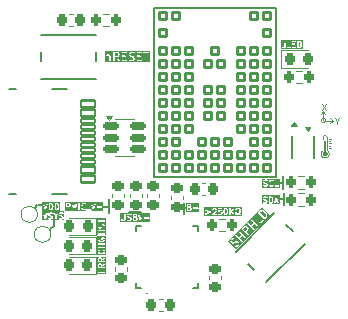
<source format=gto>
G04 #@! TF.GenerationSoftware,KiCad,Pcbnew,8.0.6*
G04 #@! TF.CreationDate,2025-07-21T23:48:44+02:00*
G04 #@! TF.ProjectId,nRF5340,6e524635-3334-4302-9e6b-696361645f70,rev?*
G04 #@! TF.SameCoordinates,Original*
G04 #@! TF.FileFunction,Legend,Top*
G04 #@! TF.FilePolarity,Positive*
%FSLAX46Y46*%
G04 Gerber Fmt 4.6, Leading zero omitted, Abs format (unit mm)*
G04 Created by KiCad (PCBNEW 8.0.6) date 2025-07-21 23:48:44*
%MOMM*%
%LPD*%
G01*
G04 APERTURE LIST*
G04 Aperture macros list*
%AMRoundRect*
0 Rectangle with rounded corners*
0 $1 Rounding radius*
0 $2 $3 $4 $5 $6 $7 $8 $9 X,Y pos of 4 corners*
0 Add a 4 corners polygon primitive as box body*
4,1,4,$2,$3,$4,$5,$6,$7,$8,$9,$2,$3,0*
0 Add four circle primitives for the rounded corners*
1,1,$1+$1,$2,$3*
1,1,$1+$1,$4,$5*
1,1,$1+$1,$6,$7*
1,1,$1+$1,$8,$9*
0 Add four rect primitives between the rounded corners*
20,1,$1+$1,$2,$3,$4,$5,0*
20,1,$1+$1,$4,$5,$6,$7,0*
20,1,$1+$1,$6,$7,$8,$9,0*
20,1,$1+$1,$8,$9,$2,$3,0*%
%AMRotRect*
0 Rectangle, with rotation*
0 The origin of the aperture is its center*
0 $1 length*
0 $2 width*
0 $3 Rotation angle, in degrees counterclockwise*
0 Add horizontal line*
21,1,$1,$2,0,0,$3*%
G04 Aperture macros list end*
%ADD10C,0.150000*%
%ADD11C,0.120000*%
%ADD12C,0.125000*%
%ADD13C,0.000000*%
%ADD14C,0.152400*%
%ADD15C,0.127000*%
%ADD16RoundRect,0.200000X-0.200000X-0.275000X0.200000X-0.275000X0.200000X0.275000X-0.200000X0.275000X0*%
%ADD17R,0.254000X0.279400*%
%ADD18R,0.279400X0.254000*%
%ADD19RoundRect,0.225000X0.250000X-0.225000X0.250000X0.225000X-0.250000X0.225000X-0.250000X-0.225000X0*%
%ADD20RoundRect,0.225000X-0.225000X-0.250000X0.225000X-0.250000X0.225000X0.250000X-0.225000X0.250000X0*%
%ADD21RoundRect,0.218750X0.218750X0.256250X-0.218750X0.256250X-0.218750X-0.256250X0.218750X-0.256250X0*%
%ADD22R,0.990600X0.711200*%
%ADD23RoundRect,0.200000X0.200000X0.275000X-0.200000X0.275000X-0.200000X-0.275000X0.200000X-0.275000X0*%
%ADD24RoundRect,0.102000X0.300000X-0.300000X0.300000X0.300000X-0.300000X0.300000X-0.300000X-0.300000X0*%
%ADD25RoundRect,0.150000X-0.512500X-0.150000X0.512500X-0.150000X0.512500X0.150000X-0.512500X0.150000X0*%
%ADD26RoundRect,0.225000X-0.250000X0.225000X-0.250000X-0.225000X0.250000X-0.225000X0.250000X0.225000X0*%
%ADD27C,1.000000*%
%ADD28RotRect,0.990600X0.711200X225.000000*%
%ADD29R,0.254000X0.762000*%
%ADD30R,0.762000X0.254000*%
%ADD31R,2.606800X2.606800*%
%ADD32RoundRect,0.102000X-0.575000X0.300000X-0.575000X-0.300000X0.575000X-0.300000X0.575000X0.300000X0*%
%ADD33RoundRect,0.102000X-0.575000X0.150000X-0.575000X-0.150000X0.575000X-0.150000X0.575000X0.150000X0*%
%ADD34O,2.004000X1.204000*%
%ADD35O,2.404000X1.204000*%
%ADD36R,0.304800X0.711200*%
%ADD37R,1.092200X0.508000*%
%ADD38RoundRect,0.218750X-0.218750X-0.256250X0.218750X-0.256250X0.218750X0.256250X-0.218750X0.256250X0*%
%ADD39RoundRect,0.225000X0.225000X0.250000X-0.225000X0.250000X-0.225000X-0.250000X0.225000X-0.250000X0*%
%ADD40C,0.990600*%
G04 APERTURE END LIST*
D10*
X159725000Y-127300000D02*
X159725000Y-127850000D01*
X144975000Y-128675000D02*
X144975000Y-129825000D01*
X140350000Y-130950000D02*
X140350000Y-130425000D01*
X139950000Y-131250000D02*
X140350000Y-130950000D01*
X159425000Y-127300000D02*
X159725000Y-127300000D01*
X151350000Y-129475000D02*
X151475000Y-129475000D01*
X138900000Y-129175000D02*
X138675000Y-129425000D01*
X159775000Y-129225000D02*
X159775000Y-128700000D01*
D11*
X163307003Y-122025000D02*
G75*
G02*
X162942997Y-122025000I-182003J0D01*
G01*
X162942997Y-122025000D02*
G75*
G02*
X163307003Y-122025000I182003J0D01*
G01*
D10*
X139300000Y-129175000D02*
X138925000Y-129175000D01*
X159775000Y-128175000D02*
X159775000Y-129225000D01*
X144500000Y-129350000D02*
X144900000Y-129350000D01*
X151350000Y-129925000D02*
X151350000Y-129025000D01*
X159775000Y-128700000D02*
X159375000Y-128700000D01*
X159725000Y-127300000D02*
X159725000Y-126700000D01*
X144975000Y-129200000D02*
X144975000Y-128675000D01*
X146650000Y-129775000D02*
X147725000Y-129775000D01*
X151350000Y-129025000D02*
X151350000Y-129475000D01*
D12*
X148134690Y-136623716D02*
X148158500Y-136599906D01*
X148158500Y-136599906D02*
X148182309Y-136623716D01*
X148182309Y-136623716D02*
X148158500Y-136647525D01*
X148158500Y-136647525D02*
X148134690Y-136623716D01*
X148134690Y-136623716D02*
X148182309Y-136623716D01*
G36*
X141196520Y-130482309D02*
G01*
X139280013Y-130482309D01*
X139280013Y-129852878D01*
X139342513Y-129852878D01*
X139345562Y-129877073D01*
X139512228Y-130377073D01*
X139524306Y-130398259D01*
X139528482Y-130400347D01*
X139530571Y-130404524D01*
X139549366Y-130410789D01*
X139567090Y-130419651D01*
X139571521Y-130418174D01*
X139575952Y-130419651D01*
X139593676Y-130410789D01*
X139612471Y-130404524D01*
X139614559Y-130400347D01*
X139618736Y-130398259D01*
X139630814Y-130377073D01*
X139772323Y-129952547D01*
X139818545Y-129952547D01*
X139818545Y-130000166D01*
X139819155Y-130003235D01*
X139818702Y-130004596D01*
X139821349Y-130014262D01*
X139823303Y-130024084D01*
X139824316Y-130025097D01*
X139825143Y-130028116D01*
X139848952Y-130075735D01*
X139855095Y-130083650D01*
X139860660Y-130091979D01*
X139884470Y-130115789D01*
X139892796Y-130121352D01*
X139900714Y-130127497D01*
X139948332Y-130151306D01*
X139954933Y-130153113D01*
X139961124Y-130156038D01*
X140049707Y-130178184D01*
X140082118Y-130194389D01*
X140091583Y-130203855D01*
X140104259Y-130229205D01*
X140104259Y-130247317D01*
X140091583Y-130272667D01*
X140082118Y-130282133D01*
X140056767Y-130294809D01*
X139962616Y-130294809D01*
X139900809Y-130274207D01*
X139876614Y-130271158D01*
X139833829Y-130292550D01*
X139818703Y-130337931D01*
X139840095Y-130380716D01*
X139861281Y-130392793D01*
X139932709Y-130416602D01*
X139942652Y-130417855D01*
X139952473Y-130419809D01*
X140071521Y-130419809D01*
X140074590Y-130419198D01*
X140075951Y-130419652D01*
X140085617Y-130417004D01*
X140095439Y-130415051D01*
X140096452Y-130414037D01*
X140099471Y-130413211D01*
X140147090Y-130389402D01*
X140155004Y-130383259D01*
X140163335Y-130377693D01*
X140187144Y-130353883D01*
X140192711Y-130345549D01*
X140198850Y-130337641D01*
X140222661Y-130290022D01*
X140223487Y-130287002D01*
X140224501Y-130285989D01*
X140226455Y-130276163D01*
X140229101Y-130266502D01*
X140228647Y-130265142D01*
X140229259Y-130262071D01*
X140229259Y-130214452D01*
X140228647Y-130211380D01*
X140229101Y-130210021D01*
X140226455Y-130200359D01*
X140224501Y-130190534D01*
X140223487Y-130189520D01*
X140222661Y-130186501D01*
X140198850Y-130138882D01*
X140192711Y-130130973D01*
X140187144Y-130122640D01*
X140163335Y-130098830D01*
X140155004Y-130093263D01*
X140147090Y-130087121D01*
X140099471Y-130063312D01*
X140092869Y-130061504D01*
X140086680Y-130058580D01*
X139998095Y-130036433D01*
X139965685Y-130020228D01*
X139956221Y-130010764D01*
X139943545Y-129985412D01*
X139943545Y-129967301D01*
X139956220Y-129941949D01*
X139965686Y-129932484D01*
X139991036Y-129919809D01*
X140085187Y-129919809D01*
X140146995Y-129940412D01*
X140171190Y-129943461D01*
X140213974Y-129922069D01*
X140229102Y-129876688D01*
X140224823Y-129868130D01*
X140248060Y-129868130D01*
X140256887Y-129890864D01*
X140413782Y-130137414D01*
X140413782Y-130357309D01*
X140418540Y-130381227D01*
X140452364Y-130415051D01*
X140500200Y-130415051D01*
X140534024Y-130381227D01*
X140538782Y-130357309D01*
X140538782Y-130137414D01*
X140656425Y-129952547D01*
X140723306Y-129952547D01*
X140723306Y-130000166D01*
X140723916Y-130003235D01*
X140723463Y-130004596D01*
X140726110Y-130014262D01*
X140728064Y-130024084D01*
X140729077Y-130025097D01*
X140729904Y-130028116D01*
X140753713Y-130075735D01*
X140759856Y-130083650D01*
X140765421Y-130091979D01*
X140789231Y-130115789D01*
X140797557Y-130121352D01*
X140805475Y-130127497D01*
X140853093Y-130151306D01*
X140859694Y-130153113D01*
X140865885Y-130156038D01*
X140954468Y-130178184D01*
X140986879Y-130194389D01*
X140996344Y-130203855D01*
X141009020Y-130229205D01*
X141009020Y-130247317D01*
X140996344Y-130272667D01*
X140986879Y-130282133D01*
X140961528Y-130294809D01*
X140867377Y-130294809D01*
X140805570Y-130274207D01*
X140781375Y-130271158D01*
X140738590Y-130292550D01*
X140723464Y-130337931D01*
X140744856Y-130380716D01*
X140766042Y-130392793D01*
X140837470Y-130416602D01*
X140847413Y-130417855D01*
X140857234Y-130419809D01*
X140976282Y-130419809D01*
X140979351Y-130419198D01*
X140980712Y-130419652D01*
X140990378Y-130417004D01*
X141000200Y-130415051D01*
X141001213Y-130414037D01*
X141004232Y-130413211D01*
X141051851Y-130389402D01*
X141059765Y-130383259D01*
X141068096Y-130377693D01*
X141091905Y-130353883D01*
X141097472Y-130345549D01*
X141103611Y-130337641D01*
X141127422Y-130290022D01*
X141128248Y-130287002D01*
X141129262Y-130285989D01*
X141131216Y-130276163D01*
X141133862Y-130266502D01*
X141133408Y-130265142D01*
X141134020Y-130262071D01*
X141134020Y-130214452D01*
X141133408Y-130211380D01*
X141133862Y-130210021D01*
X141131216Y-130200359D01*
X141129262Y-130190534D01*
X141128248Y-130189520D01*
X141127422Y-130186501D01*
X141103611Y-130138882D01*
X141097472Y-130130973D01*
X141091905Y-130122640D01*
X141068096Y-130098830D01*
X141059765Y-130093263D01*
X141051851Y-130087121D01*
X141004232Y-130063312D01*
X140997630Y-130061504D01*
X140991441Y-130058580D01*
X140902856Y-130036433D01*
X140870446Y-130020228D01*
X140860982Y-130010764D01*
X140848306Y-129985412D01*
X140848306Y-129967301D01*
X140860981Y-129941949D01*
X140870447Y-129932484D01*
X140895797Y-129919809D01*
X140989948Y-129919809D01*
X141051756Y-129940412D01*
X141075951Y-129943461D01*
X141118735Y-129922069D01*
X141133863Y-129876688D01*
X141112471Y-129833904D01*
X141091285Y-129821826D01*
X141019855Y-129798016D01*
X141009916Y-129796763D01*
X141000091Y-129794809D01*
X140881044Y-129794809D01*
X140877972Y-129795420D01*
X140876613Y-129794967D01*
X140866951Y-129797612D01*
X140857126Y-129799567D01*
X140856112Y-129800580D01*
X140853093Y-129801407D01*
X140805474Y-129825218D01*
X140797565Y-129831356D01*
X140789232Y-129836924D01*
X140765422Y-129860733D01*
X140759855Y-129869063D01*
X140753713Y-129876978D01*
X140729904Y-129924597D01*
X140729077Y-129927615D01*
X140728064Y-129928629D01*
X140726110Y-129938450D01*
X140723463Y-129948117D01*
X140723916Y-129949477D01*
X140723306Y-129952547D01*
X140656425Y-129952547D01*
X140695678Y-129890863D01*
X140704505Y-129868130D01*
X140694128Y-129821435D01*
X140653771Y-129795753D01*
X140607076Y-129806130D01*
X140590220Y-129823754D01*
X140476282Y-130002798D01*
X140362345Y-129823754D01*
X140345490Y-129806130D01*
X140298795Y-129795753D01*
X140258437Y-129821435D01*
X140248060Y-129868130D01*
X140224823Y-129868130D01*
X140207710Y-129833904D01*
X140186524Y-129821826D01*
X140115094Y-129798016D01*
X140105155Y-129796763D01*
X140095330Y-129794809D01*
X139976283Y-129794809D01*
X139973211Y-129795420D01*
X139971852Y-129794967D01*
X139962190Y-129797612D01*
X139952365Y-129799567D01*
X139951351Y-129800580D01*
X139948332Y-129801407D01*
X139900713Y-129825218D01*
X139892804Y-129831356D01*
X139884471Y-129836924D01*
X139860661Y-129860733D01*
X139855094Y-129869063D01*
X139848952Y-129876978D01*
X139825143Y-129924597D01*
X139824316Y-129927615D01*
X139823303Y-129928629D01*
X139821349Y-129938450D01*
X139818702Y-129948117D01*
X139819155Y-129949477D01*
X139818545Y-129952547D01*
X139772323Y-129952547D01*
X139797481Y-129877074D01*
X139800530Y-129852878D01*
X139779138Y-129810094D01*
X139733757Y-129794967D01*
X139690973Y-129816359D01*
X139678895Y-129837545D01*
X139571521Y-130159665D01*
X139464148Y-129837545D01*
X139452070Y-129816359D01*
X139409286Y-129794967D01*
X139363905Y-129810094D01*
X139342513Y-129852878D01*
X139280013Y-129852878D01*
X139280013Y-129732309D01*
X141196520Y-129732309D01*
X141196520Y-130482309D01*
G37*
G36*
X161117522Y-115410746D02*
G01*
X161147537Y-115440761D01*
X161163741Y-115473169D01*
X161184021Y-115554288D01*
X161184021Y-115610329D01*
X161163741Y-115691448D01*
X161147538Y-115723855D01*
X161117520Y-115753873D01*
X161069712Y-115769809D01*
X161023307Y-115769809D01*
X161023307Y-115394809D01*
X161069711Y-115394809D01*
X161117522Y-115410746D01*
G37*
G36*
X161371521Y-115957309D02*
G01*
X159526283Y-115957309D01*
X159526283Y-115498976D01*
X159588783Y-115498976D01*
X159588783Y-115760880D01*
X159589393Y-115763951D01*
X159588941Y-115765310D01*
X159591586Y-115774970D01*
X159593541Y-115784798D01*
X159594554Y-115785811D01*
X159595381Y-115788831D01*
X159619191Y-115836451D01*
X159626820Y-115846280D01*
X159627877Y-115849450D01*
X159631406Y-115852189D01*
X159634144Y-115855716D01*
X159637311Y-115856771D01*
X159647143Y-115864402D01*
X159694761Y-115888211D01*
X159697780Y-115889037D01*
X159698794Y-115890051D01*
X159708621Y-115892005D01*
X159718282Y-115894651D01*
X159719640Y-115894198D01*
X159722712Y-115894809D01*
X159794140Y-115894809D01*
X159797209Y-115894198D01*
X159798570Y-115894652D01*
X159808236Y-115892004D01*
X159818058Y-115890051D01*
X159819071Y-115889037D01*
X159822090Y-115888211D01*
X159833904Y-115882304D01*
X159841651Y-115890051D01*
X159889487Y-115890051D01*
X159923311Y-115856227D01*
X159928069Y-115832309D01*
X159928069Y-115498976D01*
X159923311Y-115475058D01*
X159889487Y-115441234D01*
X159841651Y-115441234D01*
X159807827Y-115475058D01*
X159803069Y-115498976D01*
X159803069Y-115757967D01*
X159779386Y-115769809D01*
X159737466Y-115769809D01*
X159721678Y-115761915D01*
X159713783Y-115746125D01*
X159713783Y-115498976D01*
X159709025Y-115475058D01*
X159675201Y-115441234D01*
X159627365Y-115441234D01*
X159593541Y-115475058D01*
X159588783Y-115498976D01*
X159526283Y-115498976D01*
X159526283Y-115332309D01*
X160041164Y-115332309D01*
X160041164Y-115832309D01*
X160045922Y-115856227D01*
X160079746Y-115890051D01*
X160103664Y-115894809D01*
X160341759Y-115894809D01*
X160365677Y-115890051D01*
X160399501Y-115856227D01*
X160399501Y-115808391D01*
X160365677Y-115774567D01*
X160341759Y-115769809D01*
X160166164Y-115769809D01*
X160166164Y-115332309D01*
X160445926Y-115332309D01*
X160445926Y-115832309D01*
X160450684Y-115856227D01*
X160484508Y-115890051D01*
X160508426Y-115894809D01*
X160746521Y-115894809D01*
X160770439Y-115890051D01*
X160804263Y-115856227D01*
X160804263Y-115808391D01*
X160770439Y-115774567D01*
X160746521Y-115769809D01*
X160570926Y-115769809D01*
X160570926Y-115632904D01*
X160675093Y-115632904D01*
X160699011Y-115628146D01*
X160732835Y-115594322D01*
X160732835Y-115546486D01*
X160699011Y-115512662D01*
X160675093Y-115507904D01*
X160570926Y-115507904D01*
X160570926Y-115394809D01*
X160746521Y-115394809D01*
X160770439Y-115390051D01*
X160804263Y-115356227D01*
X160804263Y-115332309D01*
X160898307Y-115332309D01*
X160898307Y-115832309D01*
X160903065Y-115856227D01*
X160936889Y-115890051D01*
X160960807Y-115894809D01*
X161079855Y-115894809D01*
X161089680Y-115892854D01*
X161099619Y-115891602D01*
X161171047Y-115867793D01*
X161173767Y-115866242D01*
X161175201Y-115866242D01*
X161183534Y-115860673D01*
X161192233Y-115855715D01*
X161192873Y-115854434D01*
X161195478Y-115852694D01*
X161243097Y-115805074D01*
X161248666Y-115796737D01*
X161254803Y-115788831D01*
X161278614Y-115741212D01*
X161280422Y-115734607D01*
X161283346Y-115728419D01*
X161307155Y-115633181D01*
X161307527Y-115625532D01*
X161309021Y-115618023D01*
X161309021Y-115546595D01*
X161307527Y-115539085D01*
X161307155Y-115531437D01*
X161283346Y-115436199D01*
X161280422Y-115430010D01*
X161278614Y-115423406D01*
X161254803Y-115375787D01*
X161248662Y-115367875D01*
X161243096Y-115359544D01*
X161195477Y-115311925D01*
X161192875Y-115310186D01*
X161192234Y-115308904D01*
X161183522Y-115303937D01*
X161175200Y-115298377D01*
X161173769Y-115298377D01*
X161171048Y-115296826D01*
X161099620Y-115273016D01*
X161089678Y-115271763D01*
X161079855Y-115269809D01*
X160960807Y-115269809D01*
X160936889Y-115274567D01*
X160903065Y-115308391D01*
X160898307Y-115332309D01*
X160804263Y-115332309D01*
X160804263Y-115308391D01*
X160770439Y-115274567D01*
X160746521Y-115269809D01*
X160508426Y-115269809D01*
X160484508Y-115274567D01*
X160450684Y-115308391D01*
X160445926Y-115332309D01*
X160166164Y-115332309D01*
X160161406Y-115308391D01*
X160127582Y-115274567D01*
X160079746Y-115274567D01*
X160045922Y-115308391D01*
X160041164Y-115332309D01*
X159526283Y-115332309D01*
X159526283Y-115207309D01*
X161371521Y-115207309D01*
X161371521Y-115957309D01*
G37*
G36*
X141577357Y-129132485D02*
G01*
X141586822Y-129141950D01*
X141599497Y-129167300D01*
X141599497Y-129209222D01*
X141586822Y-129234572D01*
X141577357Y-129244037D01*
X141552005Y-129256714D01*
X141438783Y-129256714D01*
X141438783Y-129119809D01*
X141552005Y-129119809D01*
X141577357Y-129132485D01*
G37*
G36*
X144496525Y-129729928D02*
G01*
X141251283Y-129729928D01*
X141251283Y-129057309D01*
X141313783Y-129057309D01*
X141313783Y-129557309D01*
X141318541Y-129581227D01*
X141352365Y-129615051D01*
X141400201Y-129615051D01*
X141434025Y-129581227D01*
X141438783Y-129557309D01*
X141438783Y-129381714D01*
X141566759Y-129381714D01*
X141569830Y-129381102D01*
X141571190Y-129381556D01*
X141580846Y-129378911D01*
X141590677Y-129376956D01*
X141591691Y-129375941D01*
X141594710Y-129375115D01*
X141642329Y-129351305D01*
X141650237Y-129345166D01*
X141658571Y-129339599D01*
X141682381Y-129315790D01*
X141687945Y-129307462D01*
X141694090Y-129299545D01*
X141717899Y-129251927D01*
X141718725Y-129248907D01*
X141719739Y-129247894D01*
X141721693Y-129238066D01*
X141724339Y-129228406D01*
X141723886Y-129227047D01*
X141724497Y-129223976D01*
X141724497Y-129152547D01*
X141723886Y-129149475D01*
X141724339Y-129148117D01*
X141721693Y-129138456D01*
X141719739Y-129128629D01*
X141718725Y-129127615D01*
X141717899Y-129124596D01*
X141694090Y-129076978D01*
X141687945Y-129069060D01*
X141682381Y-129060733D01*
X141678957Y-129057309D01*
X141813783Y-129057309D01*
X141813783Y-129557309D01*
X141818541Y-129581227D01*
X141852365Y-129615051D01*
X141900201Y-129615051D01*
X141934025Y-129581227D01*
X141938783Y-129557309D01*
X141938783Y-129339030D01*
X141986314Y-129440882D01*
X141995842Y-129453868D01*
X141996858Y-129456662D01*
X141998430Y-129457395D01*
X142000740Y-129460544D01*
X142020835Y-129467851D01*
X142040206Y-129476891D01*
X142042950Y-129475893D01*
X142045694Y-129476891D01*
X142065064Y-129467851D01*
X142085160Y-129460544D01*
X142087469Y-129457395D01*
X142089042Y-129456662D01*
X142090057Y-129453868D01*
X142099586Y-129440882D01*
X142147116Y-129339032D01*
X142147116Y-129557309D01*
X142151874Y-129581227D01*
X142185698Y-129615051D01*
X142233534Y-129615051D01*
X142267358Y-129581227D01*
X142272116Y-129557309D01*
X142272116Y-129057309D01*
X142385212Y-129057309D01*
X142385212Y-129557309D01*
X142389970Y-129581227D01*
X142423794Y-129615051D01*
X142471630Y-129615051D01*
X142505454Y-129581227D01*
X142510212Y-129557309D01*
X142510212Y-129271595D01*
X142599498Y-129271595D01*
X142599498Y-129343023D01*
X142600991Y-129350532D01*
X142601364Y-129358181D01*
X142625173Y-129453419D01*
X142628098Y-129459611D01*
X142629906Y-129466212D01*
X142653716Y-129513831D01*
X142659849Y-129521733D01*
X142665422Y-129530074D01*
X142713041Y-129577694D01*
X142715644Y-129579433D01*
X142716286Y-129580716D01*
X142724990Y-129585677D01*
X142733318Y-129591242D01*
X142734751Y-129591242D01*
X142737472Y-129592793D01*
X142808900Y-129616602D01*
X142818843Y-129617855D01*
X142828664Y-129619809D01*
X142876283Y-129619809D01*
X142886109Y-129617854D01*
X142896047Y-129616602D01*
X142967476Y-129592793D01*
X142970196Y-129591242D01*
X142971630Y-129591242D01*
X142979953Y-129585680D01*
X142988146Y-129581010D01*
X143009018Y-129581010D01*
X143009018Y-129628846D01*
X143042842Y-129662670D01*
X143066760Y-129667428D01*
X143447712Y-129667428D01*
X143471630Y-129662670D01*
X143505454Y-129628846D01*
X143505454Y-129581010D01*
X143471630Y-129547186D01*
X143447712Y-129542428D01*
X143066760Y-129542428D01*
X143042842Y-129547186D01*
X143009018Y-129581010D01*
X142988146Y-129581010D01*
X142988662Y-129580716D01*
X142989303Y-129579432D01*
X142991907Y-129577693D01*
X143015716Y-129553883D01*
X143029264Y-129533606D01*
X143029263Y-129485771D01*
X142995437Y-129451947D01*
X142947603Y-129451948D01*
X142927326Y-129465497D01*
X142913950Y-129478872D01*
X142866140Y-129494809D01*
X142838807Y-129494809D01*
X142790998Y-129478873D01*
X142760982Y-129448856D01*
X142744777Y-129416448D01*
X142724498Y-129335329D01*
X142724498Y-129279288D01*
X142744777Y-129198169D01*
X142760983Y-129165759D01*
X142790996Y-129135746D01*
X142838808Y-129119809D01*
X142866140Y-129119809D01*
X142913951Y-129135746D01*
X142927327Y-129149122D01*
X142947604Y-129162670D01*
X142995438Y-129162670D01*
X143029263Y-129128845D01*
X143029263Y-129081011D01*
X143015715Y-129060734D01*
X143007859Y-129052878D01*
X143432989Y-129052878D01*
X143436038Y-129077073D01*
X143602704Y-129577073D01*
X143614782Y-129598259D01*
X143618958Y-129600347D01*
X143621047Y-129604524D01*
X143639842Y-129610789D01*
X143657566Y-129619651D01*
X143661997Y-129618174D01*
X143666428Y-129619651D01*
X143684152Y-129610789D01*
X143702947Y-129604524D01*
X143705035Y-129600347D01*
X143709212Y-129598259D01*
X143721290Y-129577073D01*
X143799343Y-129342915D01*
X143937588Y-129342915D01*
X143937588Y-129390751D01*
X143971412Y-129424575D01*
X143995330Y-129429333D01*
X144123306Y-129429333D01*
X144123306Y-129557309D01*
X144128064Y-129581227D01*
X144161888Y-129615051D01*
X144209724Y-129615051D01*
X144243548Y-129581227D01*
X144248306Y-129557309D01*
X144248306Y-129429333D01*
X144376283Y-129429333D01*
X144400201Y-129424575D01*
X144434025Y-129390751D01*
X144434025Y-129342915D01*
X144400201Y-129309091D01*
X144376283Y-129304333D01*
X144248306Y-129304333D01*
X144248306Y-129176357D01*
X144243548Y-129152439D01*
X144209724Y-129118615D01*
X144161888Y-129118615D01*
X144128064Y-129152439D01*
X144123306Y-129176357D01*
X144123306Y-129304333D01*
X143995330Y-129304333D01*
X143971412Y-129309091D01*
X143937588Y-129342915D01*
X143799343Y-129342915D01*
X143887957Y-129077074D01*
X143891006Y-129052878D01*
X143869614Y-129010094D01*
X143824233Y-128994967D01*
X143781449Y-129016359D01*
X143769371Y-129037545D01*
X143661997Y-129359665D01*
X143554624Y-129037545D01*
X143542546Y-129016359D01*
X143499762Y-128994967D01*
X143454381Y-129010094D01*
X143432989Y-129052878D01*
X143007859Y-129052878D01*
X142991906Y-129036925D01*
X142989304Y-129035186D01*
X142988663Y-129033904D01*
X142979951Y-129028937D01*
X142971629Y-129023377D01*
X142970198Y-129023377D01*
X142967477Y-129021826D01*
X142896047Y-128998016D01*
X142886108Y-128996763D01*
X142876283Y-128994809D01*
X142828664Y-128994809D01*
X142818839Y-128996763D01*
X142808899Y-128998016D01*
X142737471Y-129021826D01*
X142734750Y-129023377D01*
X142733319Y-129023377D01*
X142724996Y-129028937D01*
X142716285Y-129033904D01*
X142715643Y-129035186D01*
X142713042Y-129036925D01*
X142665423Y-129084544D01*
X142659856Y-129092875D01*
X142653716Y-129100787D01*
X142629906Y-129148406D01*
X142628098Y-129155006D01*
X142625173Y-129161199D01*
X142601364Y-129256437D01*
X142600991Y-129264085D01*
X142599498Y-129271595D01*
X142510212Y-129271595D01*
X142510212Y-129057309D01*
X142505454Y-129033391D01*
X142471630Y-128999567D01*
X142423794Y-128999567D01*
X142389970Y-129033391D01*
X142385212Y-129057309D01*
X142272116Y-129057309D01*
X142267358Y-129033391D01*
X142259504Y-129025537D01*
X142255708Y-129015098D01*
X142243252Y-129009285D01*
X142233534Y-128999567D01*
X142222427Y-128999567D01*
X142212360Y-128994869D01*
X142199441Y-128999567D01*
X142185698Y-128999567D01*
X142177845Y-129007419D01*
X142167406Y-129011216D01*
X142152980Y-129030878D01*
X142042949Y-129266658D01*
X141932919Y-129030879D01*
X141918493Y-129011217D01*
X141908055Y-129007421D01*
X141900201Y-128999567D01*
X141886456Y-128999567D01*
X141873539Y-128994870D01*
X141863474Y-128999567D01*
X141852365Y-128999567D01*
X141842644Y-129009287D01*
X141830191Y-129015099D01*
X141826395Y-129025536D01*
X141818541Y-129033391D01*
X141813783Y-129057309D01*
X141678957Y-129057309D01*
X141658571Y-129036924D01*
X141650237Y-129031356D01*
X141642329Y-129025218D01*
X141594710Y-129001408D01*
X141591691Y-129000581D01*
X141590677Y-128999567D01*
X141580846Y-128997611D01*
X141571190Y-128994967D01*
X141569830Y-128995420D01*
X141566759Y-128994809D01*
X141376283Y-128994809D01*
X141352365Y-128999567D01*
X141318541Y-129033391D01*
X141313783Y-129057309D01*
X141251283Y-129057309D01*
X141251283Y-128932309D01*
X144496525Y-128932309D01*
X144496525Y-129729928D01*
G37*
G36*
X144707309Y-131748716D02*
G01*
X143957309Y-131748716D01*
X143957309Y-131314084D01*
X144024567Y-131314084D01*
X144024567Y-131361920D01*
X144058391Y-131395744D01*
X144082309Y-131400502D01*
X144257904Y-131400502D01*
X144257904Y-131561216D01*
X144082309Y-131561216D01*
X144058391Y-131565974D01*
X144024567Y-131599798D01*
X144024567Y-131647634D01*
X144058391Y-131681458D01*
X144082309Y-131686216D01*
X144582309Y-131686216D01*
X144606227Y-131681458D01*
X144640051Y-131647634D01*
X144640051Y-131599798D01*
X144606227Y-131565974D01*
X144582309Y-131561216D01*
X144382904Y-131561216D01*
X144382904Y-131400502D01*
X144582309Y-131400502D01*
X144606227Y-131395744D01*
X144640051Y-131361920D01*
X144640051Y-131314084D01*
X144606227Y-131280260D01*
X144582309Y-131275502D01*
X144082309Y-131275502D01*
X144058391Y-131280260D01*
X144024567Y-131314084D01*
X143957309Y-131314084D01*
X143957309Y-130909430D01*
X144019809Y-130909430D01*
X144019809Y-131028477D01*
X144020420Y-131031548D01*
X144019967Y-131032908D01*
X144022611Y-131042564D01*
X144024567Y-131052395D01*
X144025581Y-131053409D01*
X144026408Y-131056428D01*
X144050218Y-131104047D01*
X144056356Y-131111955D01*
X144061924Y-131120289D01*
X144085733Y-131144099D01*
X144094060Y-131149663D01*
X144101978Y-131155808D01*
X144149596Y-131179617D01*
X144152615Y-131180443D01*
X144153629Y-131181457D01*
X144163456Y-131183411D01*
X144173117Y-131186057D01*
X144174475Y-131185604D01*
X144177547Y-131186215D01*
X144225166Y-131186215D01*
X144228235Y-131185604D01*
X144229596Y-131186058D01*
X144239262Y-131183410D01*
X144249084Y-131181457D01*
X144250097Y-131180443D01*
X144253116Y-131179617D01*
X144300735Y-131155808D01*
X144308650Y-131149664D01*
X144316979Y-131144100D01*
X144340789Y-131120290D01*
X144346352Y-131111963D01*
X144352497Y-131104046D01*
X144376306Y-131056428D01*
X144378113Y-131049826D01*
X144381038Y-131043636D01*
X144403184Y-130955052D01*
X144419389Y-130922641D01*
X144428855Y-130913176D01*
X144454205Y-130900501D01*
X144472317Y-130900501D01*
X144497669Y-130913177D01*
X144507134Y-130922642D01*
X144519809Y-130947992D01*
X144519809Y-131042144D01*
X144499207Y-131103951D01*
X144496158Y-131128146D01*
X144517550Y-131170931D01*
X144562931Y-131186057D01*
X144605716Y-131164665D01*
X144617793Y-131143479D01*
X144641602Y-131072051D01*
X144642855Y-131062107D01*
X144644809Y-131052287D01*
X144644809Y-130933239D01*
X144644198Y-130930167D01*
X144644651Y-130928809D01*
X144642005Y-130919148D01*
X144640051Y-130909321D01*
X144639037Y-130908307D01*
X144638211Y-130905288D01*
X144614402Y-130857670D01*
X144608257Y-130849752D01*
X144602693Y-130841425D01*
X144578883Y-130817616D01*
X144570549Y-130812048D01*
X144562641Y-130805910D01*
X144515022Y-130782100D01*
X144512003Y-130781273D01*
X144510989Y-130780259D01*
X144501158Y-130778303D01*
X144491502Y-130775659D01*
X144490142Y-130776112D01*
X144487071Y-130775501D01*
X144439452Y-130775501D01*
X144436380Y-130776112D01*
X144435021Y-130775659D01*
X144425359Y-130778304D01*
X144415534Y-130780259D01*
X144414520Y-130781272D01*
X144411501Y-130782099D01*
X144363882Y-130805910D01*
X144355973Y-130812048D01*
X144347640Y-130817616D01*
X144323830Y-130841425D01*
X144318263Y-130849755D01*
X144312121Y-130857670D01*
X144288312Y-130905289D01*
X144286504Y-130911890D01*
X144283580Y-130918080D01*
X144261433Y-131006664D01*
X144245228Y-131039074D01*
X144235764Y-131048539D01*
X144210412Y-131061215D01*
X144192301Y-131061215D01*
X144166950Y-131048540D01*
X144157485Y-131039075D01*
X144144809Y-131013723D01*
X144144809Y-130919573D01*
X144165412Y-130857765D01*
X144168461Y-130833570D01*
X144147069Y-130790786D01*
X144101688Y-130775658D01*
X144058904Y-130797050D01*
X144046826Y-130818236D01*
X144023016Y-130889666D01*
X144021763Y-130899604D01*
X144019809Y-130909430D01*
X143957309Y-130909430D01*
X143957309Y-130409430D01*
X144019809Y-130409430D01*
X144019809Y-130695144D01*
X144024567Y-130719062D01*
X144058391Y-130752886D01*
X144106227Y-130752886D01*
X144140051Y-130719062D01*
X144144809Y-130695144D01*
X144144809Y-130614787D01*
X144582309Y-130614787D01*
X144606227Y-130610029D01*
X144640051Y-130576205D01*
X144640051Y-130528369D01*
X144606227Y-130494545D01*
X144582309Y-130489787D01*
X144144809Y-130489787D01*
X144144809Y-130409430D01*
X144140051Y-130385512D01*
X144106227Y-130351688D01*
X144058391Y-130351688D01*
X144024567Y-130385512D01*
X144019809Y-130409430D01*
X143957309Y-130409430D01*
X143957309Y-130289188D01*
X144707309Y-130289188D01*
X144707309Y-131748716D01*
G37*
G36*
X156599166Y-131089968D02*
G01*
X156649010Y-131139812D01*
X156664708Y-131186905D01*
X156664708Y-131213760D01*
X156649010Y-131260852D01*
X156515075Y-131394787D01*
X156344191Y-131223903D01*
X156478125Y-131089968D01*
X156525219Y-131074271D01*
X156552073Y-131074271D01*
X156599166Y-131089968D01*
G37*
G36*
X158020870Y-129725392D02*
G01*
X158126238Y-129788613D01*
X158186067Y-129848442D01*
X158249288Y-129953810D01*
X158267483Y-130008393D01*
X158267483Y-130077778D01*
X158231476Y-130149790D01*
X158164991Y-130216275D01*
X157758405Y-129809689D01*
X157824890Y-129743204D01*
X157896903Y-129707198D01*
X157966287Y-129707198D01*
X158020870Y-129725392D01*
G37*
G36*
X158646217Y-130021822D02*
G01*
X155737259Y-132930780D01*
X155043901Y-132237422D01*
X155067471Y-132213852D01*
X155250494Y-132213852D01*
X155250494Y-132260993D01*
X155252449Y-132270824D01*
X155253702Y-132280758D01*
X155277272Y-132351468D01*
X155278822Y-132354186D01*
X155278822Y-132355620D01*
X155284389Y-132363952D01*
X155289350Y-132372654D01*
X155290631Y-132373294D01*
X155292370Y-132375897D01*
X155339511Y-132423038D01*
X155342113Y-132424776D01*
X155342755Y-132426060D01*
X155351461Y-132431023D01*
X155359787Y-132436586D01*
X155361220Y-132436586D01*
X155363941Y-132438137D01*
X155434652Y-132461707D01*
X155444590Y-132462959D01*
X155454416Y-132464914D01*
X155501556Y-132464914D01*
X155511381Y-132462959D01*
X155521320Y-132461707D01*
X155592031Y-132438137D01*
X155597979Y-132434745D01*
X155604423Y-132432437D01*
X155716388Y-132365257D01*
X155770972Y-132347063D01*
X155797826Y-132347063D01*
X155844918Y-132362760D01*
X155871192Y-132389034D01*
X155886890Y-132436127D01*
X155886890Y-132462982D01*
X155871192Y-132510074D01*
X155770947Y-132610319D01*
X155685737Y-132652925D01*
X155666472Y-132667877D01*
X155651346Y-132713257D01*
X155672738Y-132756043D01*
X155718118Y-132771169D01*
X155741639Y-132764729D01*
X155835919Y-132717589D01*
X155843836Y-132711444D01*
X155852163Y-132705881D01*
X155970014Y-132588029D01*
X155971753Y-132585425D01*
X155973035Y-132584785D01*
X155977997Y-132576080D01*
X155983562Y-132567752D01*
X155983562Y-132566319D01*
X155985113Y-132563599D01*
X156008683Y-132492889D01*
X156009935Y-132482950D01*
X156011890Y-132473125D01*
X156011890Y-132425984D01*
X156009935Y-132416158D01*
X156008683Y-132406220D01*
X155985113Y-132335510D01*
X155983562Y-132332791D01*
X155983563Y-132331358D01*
X155977994Y-132323022D01*
X155973035Y-132314324D01*
X155971754Y-132313683D01*
X155970015Y-132311080D01*
X155922875Y-132263939D01*
X155920270Y-132262198D01*
X155919630Y-132260918D01*
X155910931Y-132255959D01*
X155902598Y-132250391D01*
X155901164Y-132250390D01*
X155898444Y-132248840D01*
X155827733Y-132225270D01*
X155817794Y-132224017D01*
X155807969Y-132222063D01*
X155760829Y-132222063D01*
X155751003Y-132224017D01*
X155741065Y-132225270D01*
X155670354Y-132248840D01*
X155664404Y-132252231D01*
X155657962Y-132254540D01*
X155545996Y-132321719D01*
X155491413Y-132339914D01*
X155464559Y-132339914D01*
X155417467Y-132324217D01*
X155391190Y-132297940D01*
X155375494Y-132250851D01*
X155375494Y-132223993D01*
X155391191Y-132176903D01*
X155491439Y-132076656D01*
X155576648Y-132034051D01*
X155595913Y-132019099D01*
X155611040Y-131973719D01*
X155589647Y-131930934D01*
X155544267Y-131915807D01*
X155520746Y-131922248D01*
X155426465Y-131969389D01*
X155418553Y-131975529D01*
X155410221Y-131981097D01*
X155292371Y-132098948D01*
X155290632Y-132101549D01*
X155289350Y-132102191D01*
X155284383Y-132110902D01*
X155278823Y-132119225D01*
X155278823Y-132120656D01*
X155277272Y-132123377D01*
X155253702Y-132194087D01*
X155252449Y-132204020D01*
X155250494Y-132213852D01*
X155067471Y-132213852D01*
X155562792Y-131718531D01*
X155679517Y-131718531D01*
X155679517Y-131766365D01*
X155693065Y-131786642D01*
X156188039Y-132281616D01*
X156208316Y-132295164D01*
X156256150Y-132295164D01*
X156289975Y-132261339D01*
X156289975Y-132213505D01*
X156276427Y-132193228D01*
X156061349Y-131978150D01*
X156255803Y-131783695D01*
X156470882Y-131998774D01*
X156491159Y-132012322D01*
X156538993Y-132012322D01*
X156572818Y-131978497D01*
X156572818Y-131930663D01*
X156559270Y-131910386D01*
X156064295Y-131415411D01*
X156044018Y-131401863D01*
X155996184Y-131401863D01*
X155962359Y-131435688D01*
X155962359Y-131483522D01*
X155975907Y-131503799D01*
X156167415Y-131695307D01*
X155972961Y-131889762D01*
X155781453Y-131698254D01*
X155761176Y-131684706D01*
X155713342Y-131684706D01*
X155679517Y-131718531D01*
X155562792Y-131718531D01*
X156081337Y-131199986D01*
X156198061Y-131199986D01*
X156198061Y-131247820D01*
X156211609Y-131268097D01*
X156706584Y-131763072D01*
X156726861Y-131776620D01*
X156774695Y-131776620D01*
X156808520Y-131742795D01*
X156808520Y-131694961D01*
X156794972Y-131674684D01*
X156603463Y-131483175D01*
X156747832Y-131338807D01*
X156749571Y-131336203D01*
X156750853Y-131335563D01*
X156755815Y-131326858D01*
X156761380Y-131318530D01*
X156761380Y-131317097D01*
X156762931Y-131314377D01*
X156786501Y-131243667D01*
X156787753Y-131233728D01*
X156789708Y-131223903D01*
X156789708Y-131176762D01*
X156787753Y-131166936D01*
X156786501Y-131156998D01*
X156762931Y-131086288D01*
X156761380Y-131083567D01*
X156761380Y-131082134D01*
X156755813Y-131073802D01*
X156750853Y-131065102D01*
X156749571Y-131064461D01*
X156747832Y-131061858D01*
X156677121Y-130991147D01*
X156674517Y-130989407D01*
X156673877Y-130988126D01*
X156665172Y-130983163D01*
X156656844Y-130977599D01*
X156655412Y-130977599D01*
X156652691Y-130976048D01*
X156581980Y-130952478D01*
X156572041Y-130951225D01*
X156562216Y-130949271D01*
X156515076Y-130949271D01*
X156505250Y-130951225D01*
X156495312Y-130952478D01*
X156424601Y-130976048D01*
X156421880Y-130977599D01*
X156420448Y-130977599D01*
X156412125Y-130983159D01*
X156403415Y-130988125D01*
X156402773Y-130989408D01*
X156400171Y-130991147D01*
X156211609Y-131179709D01*
X156198061Y-131199986D01*
X156081337Y-131199986D01*
X156576312Y-130705011D01*
X156693036Y-130705011D01*
X156693036Y-130752845D01*
X156706584Y-130773122D01*
X157201559Y-131268097D01*
X157221836Y-131281645D01*
X157269670Y-131281645D01*
X157303495Y-131247820D01*
X157303495Y-131199986D01*
X157289947Y-131179709D01*
X157074868Y-130964630D01*
X157269323Y-130770175D01*
X157484402Y-130985254D01*
X157504679Y-130998802D01*
X157552513Y-130998802D01*
X157586338Y-130964977D01*
X157586338Y-130917143D01*
X157572790Y-130896866D01*
X157077815Y-130401891D01*
X157057538Y-130388343D01*
X157009704Y-130388343D01*
X156975879Y-130422168D01*
X156975879Y-130470002D01*
X156989427Y-130490279D01*
X157180935Y-130681787D01*
X156986480Y-130876242D01*
X156794972Y-130684734D01*
X156774695Y-130671186D01*
X156726861Y-130671186D01*
X156693036Y-130705011D01*
X156576312Y-130705011D01*
X157094857Y-130186466D01*
X157211581Y-130186466D01*
X157211581Y-130234300D01*
X157225129Y-130254577D01*
X157720104Y-130749552D01*
X157740381Y-130763100D01*
X157788215Y-130763100D01*
X157808492Y-130749552D01*
X158044194Y-130513850D01*
X158057742Y-130493573D01*
X158057742Y-130445739D01*
X158023917Y-130411914D01*
X157976083Y-130411914D01*
X157955806Y-130425462D01*
X157764298Y-130616970D01*
X157313517Y-130166189D01*
X157293240Y-130152641D01*
X157245406Y-130152641D01*
X157211581Y-130186466D01*
X157094857Y-130186466D01*
X157495551Y-129785772D01*
X157612275Y-129785772D01*
X157612275Y-129833606D01*
X157625823Y-129853883D01*
X158120798Y-130348858D01*
X158141075Y-130362406D01*
X158188909Y-130362406D01*
X158209186Y-130348858D01*
X158327037Y-130231008D01*
X158332601Y-130222679D01*
X158338745Y-130214764D01*
X158385885Y-130120483D01*
X158386711Y-130117463D01*
X158387725Y-130116450D01*
X158389679Y-130106622D01*
X158392325Y-130096962D01*
X158391872Y-130095603D01*
X158392483Y-130092532D01*
X158392483Y-129998251D01*
X158390528Y-129988425D01*
X158389276Y-129978487D01*
X158365706Y-129907776D01*
X158362314Y-129901826D01*
X158360006Y-129895384D01*
X158289295Y-129777533D01*
X158284148Y-129771860D01*
X158279896Y-129765495D01*
X158209186Y-129694785D01*
X158202819Y-129690531D01*
X158197148Y-129685386D01*
X158079297Y-129614675D01*
X158072853Y-129612366D01*
X158066905Y-129608975D01*
X157996194Y-129585405D01*
X157986255Y-129584152D01*
X157976430Y-129582198D01*
X157882149Y-129582198D01*
X157879077Y-129582808D01*
X157877719Y-129582356D01*
X157868058Y-129585001D01*
X157858231Y-129586956D01*
X157857217Y-129587969D01*
X157854198Y-129588796D01*
X157759917Y-129635936D01*
X157752001Y-129642079D01*
X157743673Y-129647644D01*
X157625823Y-129765495D01*
X157612275Y-129785772D01*
X157495551Y-129785772D01*
X157952859Y-129328464D01*
X158646217Y-130021822D01*
G37*
X163145332Y-122040166D02*
X163907237Y-122040166D01*
X163716760Y-122230642D02*
X163907237Y-122040166D01*
X163907237Y-122040166D02*
X163716760Y-121849690D01*
G36*
X151830618Y-129448842D02*
G01*
X151836822Y-129455045D01*
X151849497Y-129480395D01*
X151849497Y-129522317D01*
X151836821Y-129547668D01*
X151827357Y-129557133D01*
X151802005Y-129569809D01*
X151688783Y-129569809D01*
X151688783Y-129432904D01*
X151782806Y-129432904D01*
X151830618Y-129448842D01*
G37*
G36*
X151803547Y-129207485D02*
G01*
X151813013Y-129216951D01*
X151825688Y-129242300D01*
X151825688Y-129260412D01*
X151813012Y-129285762D01*
X151803547Y-129295228D01*
X151778196Y-129307904D01*
X151688783Y-129307904D01*
X151688783Y-129194809D01*
X151778196Y-129194809D01*
X151803547Y-129207485D01*
G37*
G36*
X152627478Y-129757309D02*
G01*
X151501283Y-129757309D01*
X151501283Y-129132309D01*
X151563783Y-129132309D01*
X151563783Y-129632309D01*
X151568541Y-129656227D01*
X151602365Y-129690051D01*
X151626283Y-129694809D01*
X151816759Y-129694809D01*
X151819828Y-129694198D01*
X151821189Y-129694652D01*
X151830855Y-129692004D01*
X151840677Y-129690051D01*
X151841690Y-129689037D01*
X151844709Y-129688211D01*
X151892328Y-129664402D01*
X151900243Y-129658258D01*
X151908572Y-129652694D01*
X151932382Y-129628884D01*
X151937945Y-129620557D01*
X151944090Y-129612640D01*
X151967899Y-129565022D01*
X151968725Y-129562002D01*
X151969739Y-129560989D01*
X151971693Y-129551161D01*
X151974339Y-129541501D01*
X151973886Y-129540142D01*
X151974497Y-129537071D01*
X151974497Y-129465642D01*
X151973886Y-129462570D01*
X151974339Y-129461212D01*
X151971693Y-129451551D01*
X151969739Y-129441724D01*
X151968725Y-129440710D01*
X151967899Y-129437691D01*
X151958011Y-129417915D01*
X152068541Y-129417915D01*
X152068541Y-129465751D01*
X152102365Y-129499575D01*
X152126283Y-129504333D01*
X152254259Y-129504333D01*
X152254259Y-129632309D01*
X152259017Y-129656227D01*
X152292841Y-129690051D01*
X152340677Y-129690051D01*
X152374501Y-129656227D01*
X152379259Y-129632309D01*
X152379259Y-129504333D01*
X152507236Y-129504333D01*
X152531154Y-129499575D01*
X152564978Y-129465751D01*
X152564978Y-129417915D01*
X152531154Y-129384091D01*
X152507236Y-129379333D01*
X152379259Y-129379333D01*
X152379259Y-129251357D01*
X152374501Y-129227439D01*
X152340677Y-129193615D01*
X152292841Y-129193615D01*
X152259017Y-129227439D01*
X152254259Y-129251357D01*
X152254259Y-129379333D01*
X152126283Y-129379333D01*
X152102365Y-129384091D01*
X152068541Y-129417915D01*
X151958011Y-129417915D01*
X151944090Y-129390073D01*
X151937945Y-129382155D01*
X151932381Y-129373828D01*
X151915476Y-129356924D01*
X151920279Y-129350736D01*
X151944090Y-129303117D01*
X151944916Y-129300097D01*
X151945930Y-129299084D01*
X151947884Y-129289258D01*
X151950530Y-129279597D01*
X151950076Y-129278237D01*
X151950688Y-129275166D01*
X151950688Y-129227547D01*
X151950076Y-129224475D01*
X151950530Y-129223116D01*
X151947884Y-129213454D01*
X151945930Y-129203629D01*
X151944916Y-129202615D01*
X151944090Y-129199596D01*
X151920279Y-129151977D01*
X151914138Y-129144065D01*
X151908572Y-129135734D01*
X151884763Y-129111925D01*
X151876431Y-129106358D01*
X151868520Y-129100218D01*
X151820901Y-129076408D01*
X151817882Y-129075581D01*
X151816868Y-129074567D01*
X151807037Y-129072611D01*
X151797381Y-129069967D01*
X151796021Y-129070420D01*
X151792950Y-129069809D01*
X151626283Y-129069809D01*
X151602365Y-129074567D01*
X151568541Y-129108391D01*
X151563783Y-129132309D01*
X151501283Y-129132309D01*
X151501283Y-129007309D01*
X152627478Y-129007309D01*
X152627478Y-129757309D01*
G37*
G36*
X144259573Y-134260796D02*
G01*
X144269038Y-134270262D01*
X144281714Y-134295612D01*
X144281714Y-134408835D01*
X144144809Y-134408835D01*
X144144809Y-134295612D01*
X144157485Y-134270260D01*
X144166950Y-134260795D01*
X144192301Y-134248121D01*
X144234222Y-134248121D01*
X144259573Y-134260796D01*
G37*
G36*
X144259573Y-133760796D02*
G01*
X144269038Y-133770262D01*
X144281714Y-133795612D01*
X144281714Y-133908835D01*
X144144809Y-133908835D01*
X144144809Y-133795612D01*
X144157485Y-133770260D01*
X144166950Y-133760795D01*
X144192301Y-133748121D01*
X144234222Y-133748121D01*
X144259573Y-133760796D01*
G37*
G36*
X144707309Y-135048716D02*
G01*
X143957309Y-135048716D01*
X143957309Y-134685621D01*
X144019809Y-134685621D01*
X144019809Y-134923716D01*
X144024567Y-134947634D01*
X144058391Y-134981458D01*
X144082309Y-134986216D01*
X144582309Y-134986216D01*
X144606227Y-134981458D01*
X144640051Y-134947634D01*
X144644809Y-134923716D01*
X144644809Y-134685621D01*
X144640051Y-134661703D01*
X144606227Y-134627879D01*
X144558391Y-134627879D01*
X144524567Y-134661703D01*
X144519809Y-134685621D01*
X144519809Y-134861216D01*
X144382904Y-134861216D01*
X144382904Y-134757049D01*
X144378146Y-134733131D01*
X144344322Y-134699307D01*
X144296486Y-134699307D01*
X144262662Y-134733131D01*
X144257904Y-134757049D01*
X144257904Y-134861216D01*
X144144809Y-134861216D01*
X144144809Y-134685621D01*
X144140051Y-134661703D01*
X144106227Y-134627879D01*
X144058391Y-134627879D01*
X144024567Y-134661703D01*
X144019809Y-134685621D01*
X143957309Y-134685621D01*
X143957309Y-134280859D01*
X144019809Y-134280859D01*
X144019809Y-134471335D01*
X144024567Y-134495253D01*
X144058391Y-134529077D01*
X144082309Y-134533835D01*
X144582309Y-134533835D01*
X144606227Y-134529077D01*
X144640051Y-134495253D01*
X144640051Y-134447417D01*
X144606227Y-134413593D01*
X144582309Y-134408835D01*
X144406714Y-134408835D01*
X144406714Y-134384827D01*
X144618151Y-134236823D01*
X144635016Y-134219209D01*
X144643329Y-134172102D01*
X144615897Y-134132914D01*
X144568791Y-134124601D01*
X144546468Y-134134419D01*
X144394173Y-134241024D01*
X144376305Y-134205289D01*
X144370166Y-134197380D01*
X144364599Y-134189047D01*
X144340790Y-134165237D01*
X144332459Y-134159670D01*
X144324545Y-134153528D01*
X144276926Y-134129719D01*
X144273907Y-134128892D01*
X144272894Y-134127879D01*
X144263072Y-134125925D01*
X144253406Y-134123278D01*
X144252045Y-134123731D01*
X144248976Y-134123121D01*
X144177547Y-134123121D01*
X144174475Y-134123731D01*
X144173117Y-134123279D01*
X144163456Y-134125924D01*
X144153629Y-134127879D01*
X144152615Y-134128892D01*
X144149596Y-134129719D01*
X144101978Y-134153528D01*
X144094060Y-134159672D01*
X144085733Y-134165237D01*
X144061924Y-134189047D01*
X144056356Y-134197380D01*
X144050218Y-134205289D01*
X144026408Y-134252908D01*
X144025581Y-134255926D01*
X144024567Y-134256941D01*
X144022611Y-134266771D01*
X144019967Y-134276428D01*
X144020420Y-134277787D01*
X144019809Y-134280859D01*
X143957309Y-134280859D01*
X143957309Y-133780859D01*
X144019809Y-133780859D01*
X144019809Y-133971335D01*
X144024567Y-133995253D01*
X144058391Y-134029077D01*
X144082309Y-134033835D01*
X144582309Y-134033835D01*
X144606227Y-134029077D01*
X144640051Y-133995253D01*
X144640051Y-133947417D01*
X144606227Y-133913593D01*
X144582309Y-133908835D01*
X144406714Y-133908835D01*
X144406714Y-133884827D01*
X144618151Y-133736823D01*
X144635016Y-133719209D01*
X144643329Y-133672102D01*
X144615897Y-133632914D01*
X144568791Y-133624601D01*
X144546468Y-133634419D01*
X144394173Y-133741024D01*
X144376305Y-133705289D01*
X144370166Y-133697380D01*
X144364599Y-133689047D01*
X144340790Y-133665237D01*
X144332459Y-133659670D01*
X144324545Y-133653528D01*
X144276926Y-133629719D01*
X144273907Y-133628892D01*
X144272894Y-133627879D01*
X144263072Y-133625925D01*
X144253406Y-133623278D01*
X144252045Y-133623731D01*
X144248976Y-133623121D01*
X144177547Y-133623121D01*
X144174475Y-133623731D01*
X144173117Y-133623279D01*
X144163456Y-133625924D01*
X144153629Y-133627879D01*
X144152615Y-133628892D01*
X144149596Y-133629719D01*
X144101978Y-133653528D01*
X144094060Y-133659672D01*
X144085733Y-133665237D01*
X144061924Y-133689047D01*
X144056356Y-133697380D01*
X144050218Y-133705289D01*
X144026408Y-133752908D01*
X144025581Y-133755926D01*
X144024567Y-133756941D01*
X144022611Y-133766771D01*
X144019967Y-133776428D01*
X144020420Y-133777787D01*
X144019809Y-133780859D01*
X143957309Y-133780859D01*
X143957309Y-133560621D01*
X144707309Y-133560621D01*
X144707309Y-135048716D01*
G37*
G36*
X158709188Y-128585746D02*
G01*
X158739203Y-128615761D01*
X158755407Y-128648169D01*
X158775687Y-128729288D01*
X158775687Y-128785329D01*
X158755407Y-128866448D01*
X158739204Y-128898855D01*
X158709186Y-128928873D01*
X158661378Y-128944809D01*
X158614973Y-128944809D01*
X158614973Y-128569809D01*
X158661377Y-128569809D01*
X158709188Y-128585746D01*
G37*
G36*
X159180045Y-128801952D02*
G01*
X159115378Y-128801952D01*
X159147711Y-128704952D01*
X159180045Y-128801952D01*
G37*
G36*
X159439220Y-129132309D02*
G01*
X157927474Y-129132309D01*
X157927474Y-128602547D01*
X157989974Y-128602547D01*
X157989974Y-128650166D01*
X157990584Y-128653235D01*
X157990131Y-128654596D01*
X157992778Y-128664262D01*
X157994732Y-128674084D01*
X157995745Y-128675097D01*
X157996572Y-128678116D01*
X158020381Y-128725735D01*
X158026524Y-128733650D01*
X158032089Y-128741979D01*
X158055899Y-128765789D01*
X158064225Y-128771352D01*
X158072143Y-128777497D01*
X158119761Y-128801306D01*
X158126362Y-128803113D01*
X158132553Y-128806038D01*
X158221136Y-128828184D01*
X158253547Y-128844389D01*
X158263012Y-128853855D01*
X158275688Y-128879205D01*
X158275688Y-128897317D01*
X158263012Y-128922667D01*
X158253547Y-128932133D01*
X158228196Y-128944809D01*
X158134045Y-128944809D01*
X158072238Y-128924207D01*
X158048043Y-128921158D01*
X158005258Y-128942550D01*
X157990132Y-128987931D01*
X158011524Y-129030716D01*
X158032710Y-129042793D01*
X158104138Y-129066602D01*
X158114081Y-129067855D01*
X158123902Y-129069809D01*
X158242950Y-129069809D01*
X158246019Y-129069198D01*
X158247380Y-129069652D01*
X158257046Y-129067004D01*
X158266868Y-129065051D01*
X158267881Y-129064037D01*
X158270900Y-129063211D01*
X158318519Y-129039402D01*
X158326433Y-129033259D01*
X158334764Y-129027693D01*
X158358573Y-129003883D01*
X158364140Y-128995549D01*
X158370279Y-128987641D01*
X158394090Y-128940022D01*
X158394916Y-128937002D01*
X158395930Y-128935989D01*
X158397884Y-128926163D01*
X158400530Y-128916502D01*
X158400076Y-128915142D01*
X158400688Y-128912071D01*
X158400688Y-128864452D01*
X158400076Y-128861380D01*
X158400530Y-128860021D01*
X158397884Y-128850359D01*
X158395930Y-128840534D01*
X158394916Y-128839520D01*
X158394090Y-128836501D01*
X158370279Y-128788882D01*
X158364140Y-128780973D01*
X158358573Y-128772640D01*
X158334764Y-128748830D01*
X158326433Y-128743263D01*
X158318519Y-128737121D01*
X158270900Y-128713312D01*
X158264298Y-128711504D01*
X158258109Y-128708580D01*
X158169524Y-128686433D01*
X158137114Y-128670228D01*
X158127650Y-128660764D01*
X158114974Y-128635412D01*
X158114974Y-128617301D01*
X158127649Y-128591949D01*
X158137115Y-128582484D01*
X158162465Y-128569809D01*
X158256616Y-128569809D01*
X158318424Y-128590412D01*
X158342619Y-128593461D01*
X158385403Y-128572069D01*
X158400531Y-128526688D01*
X158390841Y-128507309D01*
X158489973Y-128507309D01*
X158489973Y-129007309D01*
X158494731Y-129031227D01*
X158528555Y-129065051D01*
X158552473Y-129069809D01*
X158671521Y-129069809D01*
X158681346Y-129067854D01*
X158691285Y-129066602D01*
X158762713Y-129042793D01*
X158765433Y-129041242D01*
X158766867Y-129041242D01*
X158775200Y-129035673D01*
X158783899Y-129030715D01*
X158784539Y-129029434D01*
X158787144Y-129027694D01*
X158803098Y-129011740D01*
X158918703Y-129011740D01*
X158940095Y-129054524D01*
X158985476Y-129069651D01*
X159028260Y-129048259D01*
X159040338Y-129027073D01*
X159073712Y-128926952D01*
X159221711Y-128926952D01*
X159255085Y-129027073D01*
X159267163Y-129048259D01*
X159309947Y-129069651D01*
X159355328Y-129054524D01*
X159376720Y-129011740D01*
X159373671Y-128987544D01*
X159207004Y-128487545D01*
X159194926Y-128466359D01*
X159190749Y-128464270D01*
X159188661Y-128460094D01*
X159169866Y-128453829D01*
X159152142Y-128444967D01*
X159147711Y-128446444D01*
X159143280Y-128444967D01*
X159125556Y-128453829D01*
X159106761Y-128460094D01*
X159104672Y-128464270D01*
X159100496Y-128466359D01*
X159088418Y-128487545D01*
X158921752Y-128987545D01*
X158918703Y-129011740D01*
X158803098Y-129011740D01*
X158834763Y-128980074D01*
X158840332Y-128971737D01*
X158846469Y-128963831D01*
X158870280Y-128916212D01*
X158872088Y-128909607D01*
X158875012Y-128903419D01*
X158898821Y-128808181D01*
X158899193Y-128800532D01*
X158900687Y-128793023D01*
X158900687Y-128721595D01*
X158899193Y-128714085D01*
X158898821Y-128706437D01*
X158875012Y-128611199D01*
X158872088Y-128605010D01*
X158870280Y-128598406D01*
X158846469Y-128550787D01*
X158840328Y-128542875D01*
X158834762Y-128534544D01*
X158787143Y-128486925D01*
X158784541Y-128485186D01*
X158783900Y-128483904D01*
X158775188Y-128478937D01*
X158766866Y-128473377D01*
X158765435Y-128473377D01*
X158762714Y-128471826D01*
X158691286Y-128448016D01*
X158681344Y-128446763D01*
X158671521Y-128444809D01*
X158552473Y-128444809D01*
X158528555Y-128449567D01*
X158494731Y-128483391D01*
X158489973Y-128507309D01*
X158390841Y-128507309D01*
X158379139Y-128483904D01*
X158357953Y-128471826D01*
X158286523Y-128448016D01*
X158276584Y-128446763D01*
X158266759Y-128444809D01*
X158147712Y-128444809D01*
X158144640Y-128445420D01*
X158143281Y-128444967D01*
X158133619Y-128447612D01*
X158123794Y-128449567D01*
X158122780Y-128450580D01*
X158119761Y-128451407D01*
X158072142Y-128475218D01*
X158064233Y-128481356D01*
X158055900Y-128486924D01*
X158032090Y-128510733D01*
X158026523Y-128519063D01*
X158020381Y-128526978D01*
X157996572Y-128574597D01*
X157995745Y-128577615D01*
X157994732Y-128578629D01*
X157992778Y-128588450D01*
X157990131Y-128598117D01*
X157990584Y-128599477D01*
X157989974Y-128602547D01*
X157927474Y-128602547D01*
X157927474Y-128382309D01*
X159439220Y-128382309D01*
X159439220Y-129132309D01*
G37*
G36*
X145703544Y-116342531D02*
G01*
X145722535Y-116361522D01*
X145744735Y-116405921D01*
X145744735Y-116476411D01*
X145722534Y-116520812D01*
X145703546Y-116539800D01*
X145659147Y-116562000D01*
X145469735Y-116562000D01*
X145469735Y-116320333D01*
X145659147Y-116320333D01*
X145703544Y-116342531D01*
G37*
G36*
X148476088Y-117098111D02*
G01*
X144633624Y-117098111D01*
X144633624Y-116491166D01*
X144711402Y-116491166D01*
X144711402Y-116957833D01*
X144716160Y-116981751D01*
X144749984Y-117015575D01*
X144797820Y-117015575D01*
X144831644Y-116981751D01*
X144836402Y-116957833D01*
X144836402Y-116583722D01*
X144844259Y-116575864D01*
X144888656Y-116553666D01*
X144959147Y-116553666D01*
X144993983Y-116571083D01*
X145011402Y-116605921D01*
X145011402Y-116957833D01*
X145016160Y-116981751D01*
X145049984Y-117015575D01*
X145097820Y-117015575D01*
X145131644Y-116981751D01*
X145136402Y-116957833D01*
X145136402Y-116591166D01*
X145135791Y-116588096D01*
X145136245Y-116586736D01*
X145133597Y-116577067D01*
X145131644Y-116567248D01*
X145130630Y-116566234D01*
X145129804Y-116563215D01*
X145096471Y-116496549D01*
X145088840Y-116486717D01*
X145087785Y-116483551D01*
X145084258Y-116480813D01*
X145081519Y-116477284D01*
X145078349Y-116476227D01*
X145068520Y-116468598D01*
X145001853Y-116435264D01*
X144998833Y-116434437D01*
X144997820Y-116433424D01*
X144987992Y-116431469D01*
X144978332Y-116428824D01*
X144976973Y-116429276D01*
X144973902Y-116428666D01*
X144873902Y-116428666D01*
X144870830Y-116429277D01*
X144869471Y-116428824D01*
X144859813Y-116431468D01*
X144849984Y-116433424D01*
X144848969Y-116434438D01*
X144845950Y-116435265D01*
X144815090Y-116450694D01*
X144797820Y-116433424D01*
X144749984Y-116433424D01*
X144716160Y-116467248D01*
X144711402Y-116491166D01*
X144633624Y-116491166D01*
X144633624Y-116257833D01*
X145344735Y-116257833D01*
X145344735Y-116957833D01*
X145349493Y-116981751D01*
X145383317Y-117015575D01*
X145431153Y-117015575D01*
X145464977Y-116981751D01*
X145469735Y-116957833D01*
X145469735Y-116687000D01*
X145541361Y-116687000D01*
X145756033Y-116993675D01*
X145773647Y-117010540D01*
X145820754Y-117018853D01*
X145859942Y-116991421D01*
X145868255Y-116944315D01*
X145858437Y-116921992D01*
X145691493Y-116683500D01*
X145697820Y-116682242D01*
X145698833Y-116681228D01*
X145701853Y-116680402D01*
X145768520Y-116647068D01*
X145776437Y-116640922D01*
X145784763Y-116635360D01*
X145818096Y-116602027D01*
X145823656Y-116593705D01*
X145829804Y-116585784D01*
X145863137Y-116519116D01*
X145863963Y-116516097D01*
X145864977Y-116515084D01*
X145866931Y-116505260D01*
X145869578Y-116495595D01*
X145869124Y-116494234D01*
X145869735Y-116491166D01*
X145869735Y-116391166D01*
X145869124Y-116388096D01*
X145869578Y-116386736D01*
X145866930Y-116377067D01*
X145864977Y-116367248D01*
X145863963Y-116366234D01*
X145863137Y-116363215D01*
X145829804Y-116296549D01*
X145823658Y-116288630D01*
X145818097Y-116280307D01*
X145795624Y-116257833D01*
X146044735Y-116257833D01*
X146044735Y-116957833D01*
X146049493Y-116981751D01*
X146083317Y-117015575D01*
X146107235Y-117020333D01*
X146440569Y-117020333D01*
X146464487Y-117015575D01*
X146498311Y-116981751D01*
X146498311Y-116933915D01*
X146464487Y-116900091D01*
X146440569Y-116895333D01*
X146169735Y-116895333D01*
X146169735Y-116653666D01*
X146340569Y-116653666D01*
X146364487Y-116648908D01*
X146398311Y-116615084D01*
X146398311Y-116567248D01*
X146364487Y-116533424D01*
X146340569Y-116528666D01*
X146169735Y-116528666D01*
X146169735Y-116391166D01*
X146644735Y-116391166D01*
X146644735Y-116457833D01*
X146645345Y-116460904D01*
X146644893Y-116462263D01*
X146647538Y-116471923D01*
X146649493Y-116481751D01*
X146650506Y-116482764D01*
X146651333Y-116485784D01*
X146684666Y-116552451D01*
X146690809Y-116560366D01*
X146696374Y-116568695D01*
X146729709Y-116602028D01*
X146738032Y-116607589D01*
X146745951Y-116613735D01*
X146812617Y-116647068D01*
X146819220Y-116648876D01*
X146825409Y-116651800D01*
X146952085Y-116683469D01*
X147003545Y-116709199D01*
X147022535Y-116728187D01*
X147044735Y-116772587D01*
X147044735Y-116809745D01*
X147022535Y-116854145D01*
X147003547Y-116873133D01*
X146959147Y-116895333D01*
X146817378Y-116895333D01*
X146726999Y-116865207D01*
X146702804Y-116862158D01*
X146660020Y-116883550D01*
X146644893Y-116928931D01*
X146666285Y-116971715D01*
X146687471Y-116983793D01*
X146787471Y-117017126D01*
X146797409Y-117018378D01*
X146807235Y-117020333D01*
X146973902Y-117020333D01*
X146976973Y-117019722D01*
X146978332Y-117020175D01*
X146987992Y-117017529D01*
X146997820Y-117015575D01*
X146998833Y-117014561D01*
X147001853Y-117013735D01*
X147068519Y-116980402D01*
X147076436Y-116974256D01*
X147084762Y-116968694D01*
X147118096Y-116935360D01*
X147123656Y-116927038D01*
X147129804Y-116919117D01*
X147163137Y-116852451D01*
X147163963Y-116849431D01*
X147164977Y-116848418D01*
X147166930Y-116838598D01*
X147169578Y-116828930D01*
X147169124Y-116827569D01*
X147169735Y-116824500D01*
X147169735Y-116757833D01*
X147169124Y-116754764D01*
X147169578Y-116753404D01*
X147166931Y-116743738D01*
X147164977Y-116733915D01*
X147163963Y-116732901D01*
X147163137Y-116729883D01*
X147129804Y-116663215D01*
X147123660Y-116655299D01*
X147118096Y-116646971D01*
X147084762Y-116613638D01*
X147076429Y-116608071D01*
X147068519Y-116601931D01*
X147001853Y-116568598D01*
X146995251Y-116566790D01*
X146989061Y-116563866D01*
X146862383Y-116532196D01*
X146810924Y-116506466D01*
X146791933Y-116487475D01*
X146769735Y-116443078D01*
X146769735Y-116405921D01*
X146791935Y-116361521D01*
X146810923Y-116342533D01*
X146855323Y-116320333D01*
X146997092Y-116320333D01*
X147087471Y-116350459D01*
X147111666Y-116353508D01*
X147154450Y-116332116D01*
X147169577Y-116286735D01*
X147155126Y-116257833D01*
X147344735Y-116257833D01*
X147344735Y-116957833D01*
X147349493Y-116981751D01*
X147383317Y-117015575D01*
X147407235Y-117020333D01*
X147740569Y-117020333D01*
X147764487Y-117015575D01*
X147798311Y-116981751D01*
X147798311Y-116933915D01*
X147764487Y-116900091D01*
X147740569Y-116895333D01*
X147469735Y-116895333D01*
X147469735Y-116653666D01*
X147640569Y-116653666D01*
X147664487Y-116648908D01*
X147698311Y-116615084D01*
X147698311Y-116567248D01*
X147664487Y-116533424D01*
X147640569Y-116528666D01*
X147469735Y-116528666D01*
X147469735Y-116320333D01*
X147740569Y-116320333D01*
X147764487Y-116315575D01*
X147798311Y-116281751D01*
X147798311Y-116233915D01*
X147882826Y-116233915D01*
X147882826Y-116281751D01*
X147916650Y-116315575D01*
X147940568Y-116320333D01*
X148078068Y-116320333D01*
X148078068Y-116957833D01*
X148082826Y-116981751D01*
X148116650Y-117015575D01*
X148164486Y-117015575D01*
X148198310Y-116981751D01*
X148203068Y-116957833D01*
X148203068Y-116320333D01*
X148340568Y-116320333D01*
X148364486Y-116315575D01*
X148398310Y-116281751D01*
X148398310Y-116233915D01*
X148364486Y-116200091D01*
X148340568Y-116195333D01*
X147940568Y-116195333D01*
X147916650Y-116200091D01*
X147882826Y-116233915D01*
X147798311Y-116233915D01*
X147764487Y-116200091D01*
X147740569Y-116195333D01*
X147407235Y-116195333D01*
X147383317Y-116200091D01*
X147349493Y-116233915D01*
X147344735Y-116257833D01*
X147155126Y-116257833D01*
X147148185Y-116243950D01*
X147126999Y-116231873D01*
X147026999Y-116198540D01*
X147017060Y-116197287D01*
X147007235Y-116195333D01*
X146840568Y-116195333D01*
X146837498Y-116195943D01*
X146836138Y-116195490D01*
X146826469Y-116198137D01*
X146816650Y-116200091D01*
X146815636Y-116201104D01*
X146812617Y-116201931D01*
X146745951Y-116235264D01*
X146738029Y-116241411D01*
X146729708Y-116246972D01*
X146696374Y-116280306D01*
X146690811Y-116288631D01*
X146684666Y-116296549D01*
X146651333Y-116363215D01*
X146650506Y-116366234D01*
X146649493Y-116367248D01*
X146647538Y-116377075D01*
X146644893Y-116386736D01*
X146645345Y-116388094D01*
X146644735Y-116391166D01*
X146169735Y-116391166D01*
X146169735Y-116320333D01*
X146440569Y-116320333D01*
X146464487Y-116315575D01*
X146498311Y-116281751D01*
X146498311Y-116233915D01*
X146464487Y-116200091D01*
X146440569Y-116195333D01*
X146107235Y-116195333D01*
X146083317Y-116200091D01*
X146049493Y-116233915D01*
X146044735Y-116257833D01*
X145795624Y-116257833D01*
X145784764Y-116246972D01*
X145776435Y-116241407D01*
X145768520Y-116235264D01*
X145701853Y-116201931D01*
X145698833Y-116201104D01*
X145697820Y-116200091D01*
X145687992Y-116198136D01*
X145678332Y-116195491D01*
X145676973Y-116195943D01*
X145673902Y-116195333D01*
X145407235Y-116195333D01*
X145383317Y-116200091D01*
X145349493Y-116233915D01*
X145344735Y-116257833D01*
X144633624Y-116257833D01*
X144633624Y-116117555D01*
X148476088Y-116117555D01*
X148476088Y-117098111D01*
G37*
X162978664Y-120607309D02*
X163311997Y-121107309D01*
X163311997Y-120607309D02*
X162978664Y-121107309D01*
X163115166Y-122029668D02*
X163115166Y-121267764D01*
X163305642Y-121458240D02*
X163115166Y-121267764D01*
X163115166Y-121267764D02*
X162924690Y-121458240D01*
G36*
X159435810Y-127707309D02*
G01*
X157952474Y-127707309D01*
X157952474Y-127177547D01*
X158014974Y-127177547D01*
X158014974Y-127225166D01*
X158015584Y-127228235D01*
X158015131Y-127229596D01*
X158017778Y-127239262D01*
X158019732Y-127249084D01*
X158020745Y-127250097D01*
X158021572Y-127253116D01*
X158045381Y-127300735D01*
X158051524Y-127308650D01*
X158057089Y-127316979D01*
X158080899Y-127340789D01*
X158089225Y-127346352D01*
X158097143Y-127352497D01*
X158144761Y-127376306D01*
X158151362Y-127378113D01*
X158157553Y-127381038D01*
X158246136Y-127403184D01*
X158278547Y-127419389D01*
X158288012Y-127428855D01*
X158300688Y-127454205D01*
X158300688Y-127472317D01*
X158288012Y-127497667D01*
X158278547Y-127507133D01*
X158253196Y-127519809D01*
X158159045Y-127519809D01*
X158097238Y-127499207D01*
X158073043Y-127496158D01*
X158030258Y-127517550D01*
X158015132Y-127562931D01*
X158036524Y-127605716D01*
X158057710Y-127617793D01*
X158129138Y-127641602D01*
X158139081Y-127642855D01*
X158148902Y-127644809D01*
X158267950Y-127644809D01*
X158271019Y-127644198D01*
X158272380Y-127644652D01*
X158282046Y-127642004D01*
X158291868Y-127640051D01*
X158292881Y-127639037D01*
X158295900Y-127638211D01*
X158343519Y-127614402D01*
X158351433Y-127608259D01*
X158359764Y-127602693D01*
X158383573Y-127578883D01*
X158389140Y-127570549D01*
X158395279Y-127562641D01*
X158419090Y-127515022D01*
X158419916Y-127512002D01*
X158420930Y-127510989D01*
X158422884Y-127501163D01*
X158425530Y-127491502D01*
X158425076Y-127490142D01*
X158425688Y-127487071D01*
X158425688Y-127439452D01*
X158425076Y-127436380D01*
X158425530Y-127435021D01*
X158422884Y-127425359D01*
X158420930Y-127415534D01*
X158419916Y-127414520D01*
X158419090Y-127411501D01*
X158395279Y-127363882D01*
X158389140Y-127355973D01*
X158383573Y-127347640D01*
X158359764Y-127323830D01*
X158351433Y-127318263D01*
X158343519Y-127312121D01*
X158312466Y-127296595D01*
X158491164Y-127296595D01*
X158491164Y-127368023D01*
X158492657Y-127375532D01*
X158493030Y-127383181D01*
X158516839Y-127478419D01*
X158519764Y-127484611D01*
X158521572Y-127491212D01*
X158545382Y-127538831D01*
X158551515Y-127546733D01*
X158557088Y-127555074D01*
X158604707Y-127602694D01*
X158607310Y-127604433D01*
X158607952Y-127605716D01*
X158616656Y-127610677D01*
X158624984Y-127616242D01*
X158626417Y-127616242D01*
X158629138Y-127617793D01*
X158700566Y-127641602D01*
X158710509Y-127642855D01*
X158720330Y-127644809D01*
X158767949Y-127644809D01*
X158777775Y-127642854D01*
X158787713Y-127641602D01*
X158859142Y-127617793D01*
X158861862Y-127616242D01*
X158863296Y-127616242D01*
X158871619Y-127610680D01*
X158880328Y-127605716D01*
X158880969Y-127604432D01*
X158883573Y-127602693D01*
X158907382Y-127578883D01*
X158920930Y-127558606D01*
X158920929Y-127510771D01*
X158887103Y-127476947D01*
X158839269Y-127476948D01*
X158818992Y-127490497D01*
X158805616Y-127503872D01*
X158757806Y-127519809D01*
X158730473Y-127519809D01*
X158682664Y-127503873D01*
X158652648Y-127473856D01*
X158636443Y-127441448D01*
X158616164Y-127360329D01*
X158616164Y-127304288D01*
X158636443Y-127223169D01*
X158652649Y-127190759D01*
X158682662Y-127160746D01*
X158730474Y-127144809D01*
X158757806Y-127144809D01*
X158805617Y-127160746D01*
X158818993Y-127174122D01*
X158839270Y-127187670D01*
X158887104Y-127187670D01*
X158920929Y-127153845D01*
X158920929Y-127106011D01*
X158907381Y-127085734D01*
X158903956Y-127082309D01*
X159014973Y-127082309D01*
X159014973Y-127582309D01*
X159019731Y-127606227D01*
X159053555Y-127640051D01*
X159077473Y-127644809D01*
X159315568Y-127644809D01*
X159339486Y-127640051D01*
X159373310Y-127606227D01*
X159373310Y-127558391D01*
X159339486Y-127524567D01*
X159315568Y-127519809D01*
X159139973Y-127519809D01*
X159139973Y-127082309D01*
X159135215Y-127058391D01*
X159101391Y-127024567D01*
X159053555Y-127024567D01*
X159019731Y-127058391D01*
X159014973Y-127082309D01*
X158903956Y-127082309D01*
X158883572Y-127061925D01*
X158880970Y-127060186D01*
X158880329Y-127058904D01*
X158871617Y-127053937D01*
X158863295Y-127048377D01*
X158861864Y-127048377D01*
X158859143Y-127046826D01*
X158787713Y-127023016D01*
X158777774Y-127021763D01*
X158767949Y-127019809D01*
X158720330Y-127019809D01*
X158710505Y-127021763D01*
X158700565Y-127023016D01*
X158629137Y-127046826D01*
X158626416Y-127048377D01*
X158624985Y-127048377D01*
X158616662Y-127053937D01*
X158607951Y-127058904D01*
X158607309Y-127060186D01*
X158604708Y-127061925D01*
X158557089Y-127109544D01*
X158551522Y-127117875D01*
X158545382Y-127125787D01*
X158521572Y-127173406D01*
X158519764Y-127180006D01*
X158516839Y-127186199D01*
X158493030Y-127281437D01*
X158492657Y-127289085D01*
X158491164Y-127296595D01*
X158312466Y-127296595D01*
X158295900Y-127288312D01*
X158289298Y-127286504D01*
X158283109Y-127283580D01*
X158194524Y-127261433D01*
X158162114Y-127245228D01*
X158152650Y-127235764D01*
X158139974Y-127210412D01*
X158139974Y-127192301D01*
X158152649Y-127166949D01*
X158162115Y-127157484D01*
X158187465Y-127144809D01*
X158281616Y-127144809D01*
X158343424Y-127165412D01*
X158367619Y-127168461D01*
X158410403Y-127147069D01*
X158425531Y-127101688D01*
X158404139Y-127058904D01*
X158382953Y-127046826D01*
X158311523Y-127023016D01*
X158301584Y-127021763D01*
X158291759Y-127019809D01*
X158172712Y-127019809D01*
X158169640Y-127020420D01*
X158168281Y-127019967D01*
X158158619Y-127022612D01*
X158148794Y-127024567D01*
X158147780Y-127025580D01*
X158144761Y-127026407D01*
X158097142Y-127050218D01*
X158089233Y-127056356D01*
X158080900Y-127061924D01*
X158057090Y-127085733D01*
X158051523Y-127094063D01*
X158045381Y-127101978D01*
X158021572Y-127149597D01*
X158020745Y-127152615D01*
X158019732Y-127153629D01*
X158017778Y-127163450D01*
X158015131Y-127173117D01*
X158015584Y-127174477D01*
X158014974Y-127177547D01*
X157952474Y-127177547D01*
X157952474Y-126957309D01*
X159435810Y-126957309D01*
X159435810Y-127707309D01*
G37*
G36*
X140086569Y-129135746D02*
G01*
X140116584Y-129165761D01*
X140132788Y-129198169D01*
X140153068Y-129279288D01*
X140153068Y-129335329D01*
X140132788Y-129416448D01*
X140116585Y-129448855D01*
X140086567Y-129478873D01*
X140038759Y-129494809D01*
X139992354Y-129494809D01*
X139992354Y-129119809D01*
X140038758Y-129119809D01*
X140086569Y-129135746D01*
G37*
G36*
X140586569Y-129135746D02*
G01*
X140616584Y-129165761D01*
X140632788Y-129198169D01*
X140653068Y-129279288D01*
X140653068Y-129335329D01*
X140632788Y-129416448D01*
X140616585Y-129448855D01*
X140586567Y-129478873D01*
X140538759Y-129494809D01*
X140492354Y-129494809D01*
X140492354Y-129119809D01*
X140538758Y-129119809D01*
X140586569Y-129135746D01*
G37*
G36*
X140840568Y-129682309D02*
G01*
X139305013Y-129682309D01*
X139305013Y-129052878D01*
X139367513Y-129052878D01*
X139370562Y-129077073D01*
X139537228Y-129577073D01*
X139549306Y-129598259D01*
X139553482Y-129600347D01*
X139555571Y-129604524D01*
X139574366Y-129610789D01*
X139592090Y-129619651D01*
X139596521Y-129618174D01*
X139600952Y-129619651D01*
X139618676Y-129610789D01*
X139637471Y-129604524D01*
X139639559Y-129600347D01*
X139643736Y-129598259D01*
X139655814Y-129577073D01*
X139822481Y-129077074D01*
X139824972Y-129057309D01*
X139867354Y-129057309D01*
X139867354Y-129557309D01*
X139872112Y-129581227D01*
X139905936Y-129615051D01*
X139929854Y-129619809D01*
X140048902Y-129619809D01*
X140058727Y-129617854D01*
X140068666Y-129616602D01*
X140140094Y-129592793D01*
X140142814Y-129591242D01*
X140144248Y-129591242D01*
X140152581Y-129585673D01*
X140161280Y-129580715D01*
X140161920Y-129579434D01*
X140164525Y-129577694D01*
X140212144Y-129530074D01*
X140217713Y-129521737D01*
X140223850Y-129513831D01*
X140247661Y-129466212D01*
X140249469Y-129459607D01*
X140252393Y-129453419D01*
X140276202Y-129358181D01*
X140276574Y-129350532D01*
X140278068Y-129343023D01*
X140278068Y-129271595D01*
X140276574Y-129264085D01*
X140276202Y-129256437D01*
X140252393Y-129161199D01*
X140249469Y-129155010D01*
X140247661Y-129148406D01*
X140223850Y-129100787D01*
X140217709Y-129092875D01*
X140212143Y-129084544D01*
X140184908Y-129057309D01*
X140367354Y-129057309D01*
X140367354Y-129557309D01*
X140372112Y-129581227D01*
X140405936Y-129615051D01*
X140429854Y-129619809D01*
X140548902Y-129619809D01*
X140558727Y-129617854D01*
X140568666Y-129616602D01*
X140640094Y-129592793D01*
X140642814Y-129591242D01*
X140644248Y-129591242D01*
X140652581Y-129585673D01*
X140661280Y-129580715D01*
X140661920Y-129579434D01*
X140664525Y-129577694D01*
X140712144Y-129530074D01*
X140717713Y-129521737D01*
X140723850Y-129513831D01*
X140747661Y-129466212D01*
X140749469Y-129459607D01*
X140752393Y-129453419D01*
X140776202Y-129358181D01*
X140776574Y-129350532D01*
X140778068Y-129343023D01*
X140778068Y-129271595D01*
X140776574Y-129264085D01*
X140776202Y-129256437D01*
X140752393Y-129161199D01*
X140749469Y-129155010D01*
X140747661Y-129148406D01*
X140723850Y-129100787D01*
X140717709Y-129092875D01*
X140712143Y-129084544D01*
X140664524Y-129036925D01*
X140661922Y-129035186D01*
X140661281Y-129033904D01*
X140652569Y-129028937D01*
X140644247Y-129023377D01*
X140642816Y-129023377D01*
X140640095Y-129021826D01*
X140568667Y-128998016D01*
X140558725Y-128996763D01*
X140548902Y-128994809D01*
X140429854Y-128994809D01*
X140405936Y-128999567D01*
X140372112Y-129033391D01*
X140367354Y-129057309D01*
X140184908Y-129057309D01*
X140164524Y-129036925D01*
X140161922Y-129035186D01*
X140161281Y-129033904D01*
X140152569Y-129028937D01*
X140144247Y-129023377D01*
X140142816Y-129023377D01*
X140140095Y-129021826D01*
X140068667Y-128998016D01*
X140058725Y-128996763D01*
X140048902Y-128994809D01*
X139929854Y-128994809D01*
X139905936Y-128999567D01*
X139872112Y-129033391D01*
X139867354Y-129057309D01*
X139824972Y-129057309D01*
X139825530Y-129052878D01*
X139804138Y-129010094D01*
X139758757Y-128994967D01*
X139715973Y-129016359D01*
X139703895Y-129037545D01*
X139596521Y-129359665D01*
X139489148Y-129037545D01*
X139477070Y-129016359D01*
X139434286Y-128994967D01*
X139388905Y-129010094D01*
X139367513Y-129052878D01*
X139305013Y-129052878D01*
X139305013Y-128932309D01*
X140840568Y-128932309D01*
X140840568Y-129682309D01*
G37*
G36*
X154901166Y-129557485D02*
G01*
X154910631Y-129566950D01*
X154926835Y-129599359D01*
X154947116Y-129680480D01*
X154947116Y-129784137D01*
X154926835Y-129865258D01*
X154910630Y-129897668D01*
X154901166Y-129907133D01*
X154875814Y-129919809D01*
X154857703Y-129919809D01*
X154832352Y-129907134D01*
X154822887Y-129897669D01*
X154806681Y-129865258D01*
X154786402Y-129784139D01*
X154786402Y-129680478D01*
X154806681Y-129599359D01*
X154822887Y-129566949D01*
X154832353Y-129557483D01*
X154857702Y-129544809D01*
X154875814Y-129544809D01*
X154901166Y-129557485D01*
G37*
G36*
X156206044Y-130107309D02*
G01*
X153051319Y-130107309D01*
X153051319Y-129651097D01*
X153113819Y-129651097D01*
X153133613Y-129694643D01*
X153154338Y-129707497D01*
X153379234Y-129791833D01*
X153154338Y-129876169D01*
X153133613Y-129889023D01*
X153113819Y-129932569D01*
X153130616Y-129977360D01*
X153174162Y-129997154D01*
X153198228Y-129993211D01*
X153291082Y-129958391D01*
X153689970Y-129958391D01*
X153689970Y-130006227D01*
X153723794Y-130040051D01*
X153747712Y-130044809D01*
X154057236Y-130044809D01*
X154081154Y-130040051D01*
X154114978Y-130006227D01*
X154114978Y-129958391D01*
X154081154Y-129924567D01*
X154057236Y-129919809D01*
X153898600Y-129919809D01*
X154077620Y-129740789D01*
X154079359Y-129738185D01*
X154080641Y-129737545D01*
X154085600Y-129728846D01*
X154091169Y-129720512D01*
X154091169Y-129719077D01*
X154092719Y-129716359D01*
X154093444Y-129714185D01*
X154185522Y-129714185D01*
X154187877Y-129738458D01*
X154189970Y-129741016D01*
X154189970Y-129744321D01*
X154204839Y-129759190D01*
X154218167Y-129775480D01*
X154221458Y-129775809D01*
X154223795Y-129778146D01*
X154244832Y-129778146D01*
X154265766Y-129780239D01*
X154268324Y-129778146D01*
X154271629Y-129778146D01*
X154291906Y-129764598D01*
X154308544Y-129747959D01*
X154333893Y-129735285D01*
X154423434Y-129735285D01*
X154448785Y-129747961D01*
X154458251Y-129757427D01*
X154470926Y-129782776D01*
X154470926Y-129872317D01*
X154458250Y-129897667D01*
X154448785Y-129907133D01*
X154423434Y-129919809D01*
X154333894Y-129919809D01*
X154308543Y-129907134D01*
X154291907Y-129890497D01*
X154271630Y-129876948D01*
X154223796Y-129876947D01*
X154189970Y-129910772D01*
X154189969Y-129958606D01*
X154203517Y-129978883D01*
X154227326Y-130002693D01*
X154235653Y-130008257D01*
X154243571Y-130014402D01*
X154291189Y-130038211D01*
X154294208Y-130039037D01*
X154295222Y-130040051D01*
X154305049Y-130042005D01*
X154314710Y-130044651D01*
X154316068Y-130044198D01*
X154319140Y-130044809D01*
X154438188Y-130044809D01*
X154441257Y-130044198D01*
X154442618Y-130044652D01*
X154452284Y-130042004D01*
X154462106Y-130040051D01*
X154463119Y-130039037D01*
X154466138Y-130038211D01*
X154513757Y-130014402D01*
X154521671Y-130008259D01*
X154530002Y-130002693D01*
X154553811Y-129978883D01*
X154559378Y-129970549D01*
X154565517Y-129962641D01*
X154589328Y-129915022D01*
X154590154Y-129912002D01*
X154591168Y-129910989D01*
X154593122Y-129901163D01*
X154595768Y-129891502D01*
X154595314Y-129890142D01*
X154595926Y-129887071D01*
X154595926Y-129768023D01*
X154595314Y-129764951D01*
X154595768Y-129763592D01*
X154593122Y-129753930D01*
X154591168Y-129744105D01*
X154590154Y-129743091D01*
X154589328Y-129740072D01*
X154565517Y-129692453D01*
X154559376Y-129684541D01*
X154553810Y-129676210D01*
X154550385Y-129672785D01*
X154661402Y-129672785D01*
X154661402Y-129791833D01*
X154662895Y-129799342D01*
X154663268Y-129806991D01*
X154687077Y-129902229D01*
X154690002Y-129908421D01*
X154691810Y-129915022D01*
X154715620Y-129962641D01*
X154721758Y-129970549D01*
X154727326Y-129978883D01*
X154751135Y-130002693D01*
X154759462Y-130008257D01*
X154767380Y-130014402D01*
X154814998Y-130038211D01*
X154818017Y-130039037D01*
X154819031Y-130040051D01*
X154828858Y-130042005D01*
X154838519Y-130044651D01*
X154839877Y-130044198D01*
X154842949Y-130044809D01*
X154890568Y-130044809D01*
X154893637Y-130044198D01*
X154894998Y-130044652D01*
X154904664Y-130042004D01*
X154914486Y-130040051D01*
X154915499Y-130039037D01*
X154918518Y-130038211D01*
X154966137Y-130014402D01*
X154974052Y-130008258D01*
X154982381Y-130002694D01*
X155006191Y-129978884D01*
X155011754Y-129970557D01*
X155017899Y-129962640D01*
X155041708Y-129915022D01*
X155043515Y-129908420D01*
X155046440Y-129902230D01*
X155070250Y-129806992D01*
X155070622Y-129799342D01*
X155072116Y-129791833D01*
X155072116Y-129672785D01*
X155070622Y-129665275D01*
X155070250Y-129657626D01*
X155046440Y-129562388D01*
X155043515Y-129556197D01*
X155041708Y-129549596D01*
X155017899Y-129501978D01*
X155011754Y-129494060D01*
X155006190Y-129485733D01*
X155002766Y-129482309D01*
X155161401Y-129482309D01*
X155161401Y-129982309D01*
X155166159Y-130006227D01*
X155199983Y-130040051D01*
X155247819Y-130040051D01*
X155281643Y-130006227D01*
X155286401Y-129982309D01*
X155286401Y-129793911D01*
X155288567Y-129791744D01*
X155459615Y-130019809D01*
X155477772Y-130036088D01*
X155525126Y-130042853D01*
X155563394Y-130014152D01*
X155570159Y-129966798D01*
X155559615Y-129944809D01*
X155377852Y-129702459D01*
X155455145Y-129625166D01*
X155637592Y-129625166D01*
X155637592Y-129744214D01*
X155639546Y-129754039D01*
X155640799Y-129763978D01*
X155664608Y-129835406D01*
X155666159Y-129838126D01*
X155666159Y-129839559D01*
X155671723Y-129847887D01*
X155676686Y-129856592D01*
X155677967Y-129857232D01*
X155679707Y-129859836D01*
X155727326Y-129907455D01*
X155735657Y-129913021D01*
X155743569Y-129919162D01*
X155744863Y-129919809D01*
X155700092Y-129919809D01*
X155676174Y-129924567D01*
X155642350Y-129958391D01*
X155642350Y-130006227D01*
X155676174Y-130040051D01*
X155700092Y-130044809D01*
X155819139Y-130044809D01*
X155843057Y-130040051D01*
X155876881Y-130006227D01*
X155876881Y-130006226D01*
X155881639Y-129982309D01*
X155881639Y-129887071D01*
X155876881Y-129863153D01*
X155869607Y-129855879D01*
X155866355Y-129846122D01*
X155847090Y-129831170D01*
X155808543Y-129811896D01*
X155778528Y-129781881D01*
X155762592Y-129734071D01*
X155762592Y-129635308D01*
X155778528Y-129587498D01*
X155805280Y-129560746D01*
X155853093Y-129544809D01*
X155928043Y-129544809D01*
X155975854Y-129560746D01*
X156002606Y-129587498D01*
X156018544Y-129635310D01*
X156018544Y-129734069D01*
X156002606Y-129781881D01*
X155972593Y-129811894D01*
X155934045Y-129831170D01*
X155914780Y-129846122D01*
X155911527Y-129855879D01*
X155904254Y-129863153D01*
X155899496Y-129887071D01*
X155899496Y-129982309D01*
X155904254Y-130006226D01*
X155904254Y-130006227D01*
X155938078Y-130040051D01*
X155961996Y-130044809D01*
X156081044Y-130044809D01*
X156104962Y-130040051D01*
X156138786Y-130006227D01*
X156138786Y-129958391D01*
X156104962Y-129924567D01*
X156081044Y-129919809D01*
X156036272Y-129919809D01*
X156037566Y-129919162D01*
X156045477Y-129913021D01*
X156053809Y-129907455D01*
X156101428Y-129859836D01*
X156103166Y-129857234D01*
X156104449Y-129856593D01*
X156109415Y-129847881D01*
X156114976Y-129839559D01*
X156114976Y-129838127D01*
X156116527Y-129835407D01*
X156140337Y-129763979D01*
X156141589Y-129754038D01*
X156143544Y-129744214D01*
X156143544Y-129625166D01*
X156141589Y-129615341D01*
X156140337Y-129605401D01*
X156116527Y-129533973D01*
X156114976Y-129531252D01*
X156114976Y-129529821D01*
X156109415Y-129521498D01*
X156104449Y-129512787D01*
X156103166Y-129512145D01*
X156101428Y-129509544D01*
X156053809Y-129461925D01*
X156051207Y-129460186D01*
X156050566Y-129458904D01*
X156041854Y-129453937D01*
X156033532Y-129448377D01*
X156032101Y-129448377D01*
X156029380Y-129446826D01*
X155957952Y-129423016D01*
X155948010Y-129421763D01*
X155938187Y-129419809D01*
X155842949Y-129419809D01*
X155833123Y-129421763D01*
X155823185Y-129423016D01*
X155751756Y-129446826D01*
X155749035Y-129448377D01*
X155747603Y-129448377D01*
X155739274Y-129453941D01*
X155730570Y-129458904D01*
X155729929Y-129460185D01*
X155727326Y-129461925D01*
X155679707Y-129509544D01*
X155677967Y-129512147D01*
X155676686Y-129512788D01*
X155671723Y-129521492D01*
X155666159Y-129529821D01*
X155666159Y-129531253D01*
X155664608Y-129533974D01*
X155640799Y-129605402D01*
X155639546Y-129615340D01*
X155637592Y-129625166D01*
X155455145Y-129625166D01*
X155553809Y-129526503D01*
X155567358Y-129506226D01*
X155567358Y-129458392D01*
X155533532Y-129424566D01*
X155485698Y-129424566D01*
X155465421Y-129438115D01*
X155286401Y-129617135D01*
X155286401Y-129482309D01*
X155281643Y-129458391D01*
X155247819Y-129424567D01*
X155199983Y-129424567D01*
X155166159Y-129458391D01*
X155161401Y-129482309D01*
X155002766Y-129482309D01*
X154982380Y-129461924D01*
X154974046Y-129456356D01*
X154966138Y-129450218D01*
X154918519Y-129426408D01*
X154915500Y-129425581D01*
X154914486Y-129424567D01*
X154904655Y-129422611D01*
X154894999Y-129419967D01*
X154893639Y-129420420D01*
X154890568Y-129419809D01*
X154842949Y-129419809D01*
X154839877Y-129420420D01*
X154838518Y-129419967D01*
X154828856Y-129422612D01*
X154819031Y-129424567D01*
X154818017Y-129425580D01*
X154814998Y-129426407D01*
X154767379Y-129450218D01*
X154759467Y-129456358D01*
X154751136Y-129461925D01*
X154727327Y-129485734D01*
X154721760Y-129494065D01*
X154715620Y-129501977D01*
X154691810Y-129549596D01*
X154690002Y-129556196D01*
X154687077Y-129562389D01*
X154663268Y-129657627D01*
X154662895Y-129665275D01*
X154661402Y-129672785D01*
X154550385Y-129672785D01*
X154530001Y-129652401D01*
X154521669Y-129646834D01*
X154513758Y-129640694D01*
X154466139Y-129616884D01*
X154463120Y-129616057D01*
X154462106Y-129615043D01*
X154452275Y-129613087D01*
X154442619Y-129610443D01*
X154441259Y-129610896D01*
X154438188Y-129610285D01*
X154321536Y-129610285D01*
X154328083Y-129544809D01*
X154509616Y-129544809D01*
X154533534Y-129540051D01*
X154567358Y-129506227D01*
X154567358Y-129458391D01*
X154533534Y-129424567D01*
X154509616Y-129419809D01*
X154271521Y-129419809D01*
X154256566Y-129422783D01*
X154253467Y-129422474D01*
X154251970Y-129423698D01*
X154247603Y-129424567D01*
X154232725Y-129439444D01*
X154216445Y-129452765D01*
X154215146Y-129457023D01*
X154213779Y-129458391D01*
X154213779Y-129461506D01*
X154209331Y-129476091D01*
X154185522Y-129714185D01*
X154093444Y-129714185D01*
X154116529Y-129644930D01*
X154117781Y-129634991D01*
X154119736Y-129625166D01*
X154119736Y-129577547D01*
X154119124Y-129574475D01*
X154119578Y-129573116D01*
X154116932Y-129563454D01*
X154114978Y-129553629D01*
X154113964Y-129552615D01*
X154113138Y-129549596D01*
X154089327Y-129501977D01*
X154083186Y-129494065D01*
X154077620Y-129485734D01*
X154053811Y-129461925D01*
X154045479Y-129456358D01*
X154037568Y-129450218D01*
X153989949Y-129426408D01*
X153986930Y-129425581D01*
X153985916Y-129424567D01*
X153976085Y-129422611D01*
X153966429Y-129419967D01*
X153965069Y-129420420D01*
X153961998Y-129419809D01*
X153842950Y-129419809D01*
X153839878Y-129420420D01*
X153838519Y-129419967D01*
X153828857Y-129422612D01*
X153819032Y-129424567D01*
X153818018Y-129425580D01*
X153814999Y-129426407D01*
X153767380Y-129450218D01*
X153759468Y-129456358D01*
X153751137Y-129461925D01*
X153727328Y-129485734D01*
X153713780Y-129506011D01*
X153713780Y-129553845D01*
X153747605Y-129587670D01*
X153795439Y-129587670D01*
X153815716Y-129574122D01*
X153832354Y-129557483D01*
X153857703Y-129544809D01*
X153947244Y-129544809D01*
X153972595Y-129557485D01*
X153982061Y-129566951D01*
X153994736Y-129592300D01*
X153994736Y-129615022D01*
X153978798Y-129662834D01*
X153703518Y-129938115D01*
X153689972Y-129958388D01*
X153689970Y-129958391D01*
X153291082Y-129958391D01*
X153579181Y-129850354D01*
X153599906Y-129837500D01*
X153600842Y-129835440D01*
X153602904Y-129834503D01*
X153610612Y-129813945D01*
X153619700Y-129793954D01*
X153618904Y-129791833D01*
X153619700Y-129789712D01*
X153610612Y-129769720D01*
X153602904Y-129749163D01*
X153600842Y-129748225D01*
X153599906Y-129746166D01*
X153579181Y-129733312D01*
X153198228Y-129590455D01*
X153174162Y-129586512D01*
X153130616Y-129606306D01*
X153113819Y-129651097D01*
X153051319Y-129651097D01*
X153051319Y-129357309D01*
X156206044Y-129357309D01*
X156206044Y-130107309D01*
G37*
G36*
X144707309Y-133422525D02*
G01*
X143957309Y-133422525D01*
X143957309Y-133083240D01*
X144019809Y-133083240D01*
X144019809Y-133130859D01*
X144021763Y-133140682D01*
X144023016Y-133150624D01*
X144046826Y-133222052D01*
X144048377Y-133224772D01*
X144048377Y-133226204D01*
X144053937Y-133234526D01*
X144058904Y-133243238D01*
X144060186Y-133243879D01*
X144061925Y-133246481D01*
X144109544Y-133294100D01*
X144117875Y-133299666D01*
X144125787Y-133305807D01*
X144173406Y-133329618D01*
X144180010Y-133331426D01*
X144186199Y-133334350D01*
X144281437Y-133358159D01*
X144289085Y-133358531D01*
X144296595Y-133360025D01*
X144368023Y-133360025D01*
X144375532Y-133358531D01*
X144383181Y-133358159D01*
X144478419Y-133334350D01*
X144484611Y-133331424D01*
X144491212Y-133329617D01*
X144538831Y-133305807D01*
X144546733Y-133299673D01*
X144555074Y-133294101D01*
X144602694Y-133246482D01*
X144604433Y-133243878D01*
X144605716Y-133243237D01*
X144610677Y-133234532D01*
X144616242Y-133226205D01*
X144616242Y-133224771D01*
X144617793Y-133222051D01*
X144641602Y-133150623D01*
X144642855Y-133140679D01*
X144644809Y-133130859D01*
X144644809Y-133083240D01*
X144642855Y-133073418D01*
X144641602Y-133063477D01*
X144617793Y-132992047D01*
X144616242Y-132989326D01*
X144616242Y-132987893D01*
X144610680Y-132979569D01*
X144605716Y-132970861D01*
X144604432Y-132970219D01*
X144602693Y-132967616D01*
X144578883Y-132943807D01*
X144558606Y-132930259D01*
X144510772Y-132930260D01*
X144476947Y-132964086D01*
X144476948Y-133011920D01*
X144490497Y-133032197D01*
X144503872Y-133045571D01*
X144519809Y-133093382D01*
X144519809Y-133120716D01*
X144503873Y-133168524D01*
X144473856Y-133198540D01*
X144441448Y-133214745D01*
X144360329Y-133235025D01*
X144304289Y-133235025D01*
X144223169Y-133214745D01*
X144190761Y-133198541D01*
X144160746Y-133168526D01*
X144144809Y-133120714D01*
X144144809Y-133093383D01*
X144160746Y-133045571D01*
X144174122Y-133032196D01*
X144187670Y-133011919D01*
X144187670Y-132964085D01*
X144153845Y-132930260D01*
X144106011Y-132930260D01*
X144085734Y-132943808D01*
X144061925Y-132967617D01*
X144060186Y-132970218D01*
X144058904Y-132970860D01*
X144053937Y-132979571D01*
X144048377Y-132987894D01*
X144048377Y-132989325D01*
X144046826Y-132992046D01*
X144023016Y-133063476D01*
X144021763Y-133073414D01*
X144019809Y-133083240D01*
X143957309Y-133083240D01*
X143957309Y-132464084D01*
X144024567Y-132464084D01*
X144024567Y-132511920D01*
X144058391Y-132545744D01*
X144082309Y-132550502D01*
X144257904Y-132550502D01*
X144257904Y-132711216D01*
X144082309Y-132711216D01*
X144058391Y-132715974D01*
X144024567Y-132749798D01*
X144024567Y-132797634D01*
X144058391Y-132831458D01*
X144082309Y-132836216D01*
X144582309Y-132836216D01*
X144606227Y-132831458D01*
X144640051Y-132797634D01*
X144640051Y-132749798D01*
X144606227Y-132715974D01*
X144582309Y-132711216D01*
X144382904Y-132711216D01*
X144382904Y-132550502D01*
X144582309Y-132550502D01*
X144606227Y-132545744D01*
X144640051Y-132511920D01*
X144640051Y-132464084D01*
X144606227Y-132430260D01*
X144582309Y-132425502D01*
X144082309Y-132425502D01*
X144058391Y-132430260D01*
X144024567Y-132464084D01*
X143957309Y-132464084D01*
X143957309Y-132035620D01*
X144019809Y-132035620D01*
X144019809Y-132107049D01*
X144021763Y-132116872D01*
X144023016Y-132126814D01*
X144046826Y-132198242D01*
X144048377Y-132200962D01*
X144048377Y-132202394D01*
X144053937Y-132210716D01*
X144058904Y-132219428D01*
X144060186Y-132220069D01*
X144061925Y-132222671D01*
X144109544Y-132270290D01*
X144117875Y-132275856D01*
X144125787Y-132281997D01*
X144173406Y-132305808D01*
X144180010Y-132307616D01*
X144186199Y-132310540D01*
X144281437Y-132334349D01*
X144289085Y-132334721D01*
X144296595Y-132336215D01*
X144368023Y-132336215D01*
X144375532Y-132334721D01*
X144383181Y-132334349D01*
X144478419Y-132310540D01*
X144484611Y-132307614D01*
X144491212Y-132305807D01*
X144538831Y-132281997D01*
X144546733Y-132275863D01*
X144555074Y-132270291D01*
X144602694Y-132222672D01*
X144604433Y-132220068D01*
X144605716Y-132219427D01*
X144610677Y-132210722D01*
X144616242Y-132202395D01*
X144616242Y-132200961D01*
X144617793Y-132198241D01*
X144641602Y-132126813D01*
X144642855Y-132116869D01*
X144644809Y-132107049D01*
X144644809Y-132059430D01*
X144642855Y-132049608D01*
X144641602Y-132039667D01*
X144617793Y-131968237D01*
X144616242Y-131965516D01*
X144616242Y-131964083D01*
X144610680Y-131955759D01*
X144605716Y-131947051D01*
X144604432Y-131946409D01*
X144602693Y-131943806D01*
X144578883Y-131919997D01*
X144558609Y-131906451D01*
X144558608Y-131906450D01*
X144558607Y-131906449D01*
X144558606Y-131906449D01*
X144558602Y-131906449D01*
X144534690Y-131901692D01*
X144368023Y-131901692D01*
X144344105Y-131906450D01*
X144310281Y-131940274D01*
X144305523Y-131964192D01*
X144305523Y-132059430D01*
X144310281Y-132083348D01*
X144344105Y-132117172D01*
X144391941Y-132117172D01*
X144425765Y-132083348D01*
X144430523Y-132059430D01*
X144430523Y-132026692D01*
X144505516Y-132026692D01*
X144519809Y-132069572D01*
X144519809Y-132096906D01*
X144503873Y-132144714D01*
X144473856Y-132174730D01*
X144441448Y-132190935D01*
X144360329Y-132211215D01*
X144304289Y-132211215D01*
X144223169Y-132190935D01*
X144190761Y-132174731D01*
X144160746Y-132144716D01*
X144144809Y-132096904D01*
X144144809Y-132050373D01*
X144162021Y-132015952D01*
X144168461Y-131992432D01*
X144153335Y-131947052D01*
X144110550Y-131925658D01*
X144065170Y-131940785D01*
X144050218Y-131960050D01*
X144026408Y-132007669D01*
X144025581Y-132010687D01*
X144024567Y-132011702D01*
X144022611Y-132021532D01*
X144019967Y-132031189D01*
X144020420Y-132032548D01*
X144019809Y-132035620D01*
X143957309Y-132035620D01*
X143957309Y-131839192D01*
X144707309Y-131839192D01*
X144707309Y-133422525D01*
G37*
G36*
X147255618Y-130298842D02*
G01*
X147261822Y-130305045D01*
X147274497Y-130330395D01*
X147274497Y-130372317D01*
X147261821Y-130397668D01*
X147252357Y-130407133D01*
X147227005Y-130419809D01*
X147113783Y-130419809D01*
X147113783Y-130282904D01*
X147207806Y-130282904D01*
X147255618Y-130298842D01*
G37*
G36*
X147228547Y-130057485D02*
G01*
X147238013Y-130066951D01*
X147250688Y-130092300D01*
X147250688Y-130110412D01*
X147238012Y-130135762D01*
X147228547Y-130145228D01*
X147203196Y-130157904D01*
X147113783Y-130157904D01*
X147113783Y-130044809D01*
X147203196Y-130044809D01*
X147228547Y-130057485D01*
G37*
G36*
X148481049Y-130607309D02*
G01*
X145926283Y-130607309D01*
X145926283Y-129982309D01*
X145988783Y-129982309D01*
X145988783Y-130387071D01*
X145989394Y-130390142D01*
X145988941Y-130391502D01*
X145991585Y-130401158D01*
X145993541Y-130410989D01*
X145994555Y-130412003D01*
X145995382Y-130415022D01*
X146019192Y-130462641D01*
X146025330Y-130470549D01*
X146030898Y-130478883D01*
X146054707Y-130502693D01*
X146063034Y-130508257D01*
X146070952Y-130514402D01*
X146118570Y-130538211D01*
X146121589Y-130539037D01*
X146122603Y-130540051D01*
X146132430Y-130542005D01*
X146142091Y-130544651D01*
X146143449Y-130544198D01*
X146146521Y-130544809D01*
X146241759Y-130544809D01*
X146244828Y-130544198D01*
X146246189Y-130544652D01*
X146255855Y-130542004D01*
X146265677Y-130540051D01*
X146266690Y-130539037D01*
X146269709Y-130538211D01*
X146317328Y-130514402D01*
X146325243Y-130508258D01*
X146333572Y-130502694D01*
X146357382Y-130478884D01*
X146362945Y-130470557D01*
X146369090Y-130462640D01*
X146392899Y-130415022D01*
X146393725Y-130412002D01*
X146394739Y-130410989D01*
X146396693Y-130401161D01*
X146399339Y-130391501D01*
X146398886Y-130390142D01*
X146399497Y-130387071D01*
X146399497Y-130077547D01*
X146488784Y-130077547D01*
X146488784Y-130125166D01*
X146489394Y-130128235D01*
X146488941Y-130129596D01*
X146491588Y-130139262D01*
X146493542Y-130149084D01*
X146494555Y-130150097D01*
X146495382Y-130153116D01*
X146519191Y-130200735D01*
X146525334Y-130208650D01*
X146530899Y-130216979D01*
X146554709Y-130240789D01*
X146563035Y-130246352D01*
X146570953Y-130252497D01*
X146618571Y-130276306D01*
X146625172Y-130278113D01*
X146631363Y-130281038D01*
X146719946Y-130303184D01*
X146752357Y-130319389D01*
X146761822Y-130328855D01*
X146774498Y-130354205D01*
X146774498Y-130372317D01*
X146761822Y-130397667D01*
X146752357Y-130407133D01*
X146727006Y-130419809D01*
X146632855Y-130419809D01*
X146571048Y-130399207D01*
X146546853Y-130396158D01*
X146504068Y-130417550D01*
X146488942Y-130462931D01*
X146510334Y-130505716D01*
X146531520Y-130517793D01*
X146602948Y-130541602D01*
X146612891Y-130542855D01*
X146622712Y-130544809D01*
X146741760Y-130544809D01*
X146744829Y-130544198D01*
X146746190Y-130544652D01*
X146755856Y-130542004D01*
X146765678Y-130540051D01*
X146766691Y-130539037D01*
X146769710Y-130538211D01*
X146817329Y-130514402D01*
X146825243Y-130508259D01*
X146833574Y-130502693D01*
X146857383Y-130478883D01*
X146862950Y-130470549D01*
X146869089Y-130462641D01*
X146892900Y-130415022D01*
X146893726Y-130412002D01*
X146894740Y-130410989D01*
X146896694Y-130401163D01*
X146899340Y-130391502D01*
X146898886Y-130390142D01*
X146899498Y-130387071D01*
X146899498Y-130339452D01*
X146898886Y-130336380D01*
X146899340Y-130335021D01*
X146896694Y-130325359D01*
X146894740Y-130315534D01*
X146893726Y-130314520D01*
X146892900Y-130311501D01*
X146869089Y-130263882D01*
X146862950Y-130255973D01*
X146857383Y-130247640D01*
X146833574Y-130223830D01*
X146825243Y-130218263D01*
X146817329Y-130212121D01*
X146769710Y-130188312D01*
X146763108Y-130186504D01*
X146756919Y-130183580D01*
X146668334Y-130161433D01*
X146635924Y-130145228D01*
X146626460Y-130135764D01*
X146613784Y-130110412D01*
X146613784Y-130092301D01*
X146626459Y-130066949D01*
X146635925Y-130057484D01*
X146661275Y-130044809D01*
X146755426Y-130044809D01*
X146817234Y-130065412D01*
X146841429Y-130068461D01*
X146884213Y-130047069D01*
X146899341Y-130001688D01*
X146889651Y-129982309D01*
X146988783Y-129982309D01*
X146988783Y-130482309D01*
X146993541Y-130506227D01*
X147027365Y-130540051D01*
X147051283Y-130544809D01*
X147241759Y-130544809D01*
X147244828Y-130544198D01*
X147246189Y-130544652D01*
X147255855Y-130542004D01*
X147265677Y-130540051D01*
X147266690Y-130539037D01*
X147269709Y-130538211D01*
X147317328Y-130514402D01*
X147325243Y-130508258D01*
X147333572Y-130502694D01*
X147357382Y-130478884D01*
X147362945Y-130470557D01*
X147369090Y-130462640D01*
X147392899Y-130415022D01*
X147393725Y-130412002D01*
X147394739Y-130410989D01*
X147396693Y-130401161D01*
X147399339Y-130391501D01*
X147398886Y-130390142D01*
X147399497Y-130387071D01*
X147399497Y-130315642D01*
X147398886Y-130312570D01*
X147399339Y-130311212D01*
X147396693Y-130301551D01*
X147394739Y-130291724D01*
X147393725Y-130290710D01*
X147392899Y-130287691D01*
X147369090Y-130240073D01*
X147362945Y-130232155D01*
X147357381Y-130223828D01*
X147340476Y-130206924D01*
X147345279Y-130200736D01*
X147369090Y-130153117D01*
X147369916Y-130150097D01*
X147370930Y-130149084D01*
X147372884Y-130139258D01*
X147375530Y-130129597D01*
X147375076Y-130128237D01*
X147375688Y-130125166D01*
X147375688Y-130077547D01*
X147375076Y-130074475D01*
X147375530Y-130073116D01*
X147372884Y-130063454D01*
X147370930Y-130053629D01*
X147369916Y-130052615D01*
X147369090Y-130049596D01*
X147345279Y-130001977D01*
X147339138Y-129994065D01*
X147333572Y-129985734D01*
X147325716Y-129977878D01*
X147417513Y-129977878D01*
X147420562Y-130002073D01*
X147587228Y-130502073D01*
X147599306Y-130523259D01*
X147603482Y-130525347D01*
X147605571Y-130529524D01*
X147624366Y-130535789D01*
X147642090Y-130544651D01*
X147646521Y-130543174D01*
X147650952Y-130544651D01*
X147668676Y-130535789D01*
X147687471Y-130529524D01*
X147689559Y-130525347D01*
X147693736Y-130523259D01*
X147705814Y-130502073D01*
X147783867Y-130267915D01*
X147922112Y-130267915D01*
X147922112Y-130315751D01*
X147955936Y-130349575D01*
X147979854Y-130354333D01*
X148107830Y-130354333D01*
X148107830Y-130482309D01*
X148112588Y-130506227D01*
X148146412Y-130540051D01*
X148194248Y-130540051D01*
X148228072Y-130506227D01*
X148232830Y-130482309D01*
X148232830Y-130354333D01*
X148360807Y-130354333D01*
X148384725Y-130349575D01*
X148418549Y-130315751D01*
X148418549Y-130267915D01*
X148384725Y-130234091D01*
X148360807Y-130229333D01*
X148232830Y-130229333D01*
X148232830Y-130101357D01*
X148228072Y-130077439D01*
X148194248Y-130043615D01*
X148146412Y-130043615D01*
X148112588Y-130077439D01*
X148107830Y-130101357D01*
X148107830Y-130229333D01*
X147979854Y-130229333D01*
X147955936Y-130234091D01*
X147922112Y-130267915D01*
X147783867Y-130267915D01*
X147872481Y-130002074D01*
X147875530Y-129977878D01*
X147854138Y-129935094D01*
X147808757Y-129919967D01*
X147765973Y-129941359D01*
X147753895Y-129962545D01*
X147646521Y-130284665D01*
X147539148Y-129962545D01*
X147527070Y-129941359D01*
X147484286Y-129919967D01*
X147438905Y-129935094D01*
X147417513Y-129977878D01*
X147325716Y-129977878D01*
X147309763Y-129961925D01*
X147301431Y-129956358D01*
X147293520Y-129950218D01*
X147245901Y-129926408D01*
X147242882Y-129925581D01*
X147241868Y-129924567D01*
X147232037Y-129922611D01*
X147222381Y-129919967D01*
X147221021Y-129920420D01*
X147217950Y-129919809D01*
X147051283Y-129919809D01*
X147027365Y-129924567D01*
X146993541Y-129958391D01*
X146988783Y-129982309D01*
X146889651Y-129982309D01*
X146877949Y-129958904D01*
X146856763Y-129946826D01*
X146785333Y-129923016D01*
X146775394Y-129921763D01*
X146765569Y-129919809D01*
X146646522Y-129919809D01*
X146643450Y-129920420D01*
X146642091Y-129919967D01*
X146632429Y-129922612D01*
X146622604Y-129924567D01*
X146621590Y-129925580D01*
X146618571Y-129926407D01*
X146570952Y-129950218D01*
X146563043Y-129956356D01*
X146554710Y-129961924D01*
X146530900Y-129985733D01*
X146525333Y-129994063D01*
X146519191Y-130001978D01*
X146495382Y-130049597D01*
X146494555Y-130052615D01*
X146493542Y-130053629D01*
X146491588Y-130063450D01*
X146488941Y-130073117D01*
X146489394Y-130074477D01*
X146488784Y-130077547D01*
X146399497Y-130077547D01*
X146399497Y-129982309D01*
X146394739Y-129958391D01*
X146360915Y-129924567D01*
X146313079Y-129924567D01*
X146279255Y-129958391D01*
X146274497Y-129982309D01*
X146274497Y-130372317D01*
X146261821Y-130397668D01*
X146252357Y-130407133D01*
X146227005Y-130419809D01*
X146161275Y-130419809D01*
X146135924Y-130407134D01*
X146126459Y-130397669D01*
X146113783Y-130372317D01*
X146113783Y-129982309D01*
X146109025Y-129958391D01*
X146075201Y-129924567D01*
X146027365Y-129924567D01*
X145993541Y-129958391D01*
X145988783Y-129982309D01*
X145926283Y-129982309D01*
X145926283Y-129857309D01*
X148481049Y-129857309D01*
X148481049Y-130607309D01*
G37*
X164271521Y-122094214D02*
X164271521Y-122332309D01*
X164104855Y-121832309D02*
X164271521Y-122094214D01*
X164271521Y-122094214D02*
X164438188Y-121832309D01*
D11*
X161012742Y-128202500D02*
X161487258Y-128202500D01*
X161012742Y-129247500D02*
X161487258Y-129247500D01*
X160880001Y-122489999D02*
X160400000Y-122490000D01*
X160640000Y-122160000D01*
X160880001Y-122489999D01*
G36*
X160880001Y-122489999D02*
G01*
X160400000Y-122490000D01*
X160640000Y-122160000D01*
X160880001Y-122489999D01*
G37*
X145490001Y-134740581D02*
X145490000Y-134459419D01*
X146510000Y-134740581D02*
X146509999Y-134459419D01*
D13*
G36*
X163841118Y-123587782D02*
G01*
X163850277Y-123599396D01*
X163855186Y-123610401D01*
X163855448Y-123612672D01*
X163852117Y-123622752D01*
X163843844Y-123634642D01*
X163841118Y-123637561D01*
X163826787Y-123651892D01*
X163701395Y-123651892D01*
X163576004Y-123651892D01*
X163576004Y-123612672D01*
X163576004Y-123573451D01*
X163701395Y-123573451D01*
X163826787Y-123573451D01*
X163841118Y-123587782D01*
G37*
G36*
X163692243Y-123774535D02*
G01*
X163715123Y-123774884D01*
X163731355Y-123775666D01*
X163742520Y-123777044D01*
X163750195Y-123779182D01*
X163755960Y-123782244D01*
X163759188Y-123784616D01*
X163769774Y-123798474D01*
X163772333Y-123815259D01*
X163766821Y-123832208D01*
X163760072Y-123840862D01*
X163755448Y-123845188D01*
X163750509Y-123848329D01*
X163743712Y-123850474D01*
X163733510Y-123851814D01*
X163718359Y-123852538D01*
X163696714Y-123852835D01*
X163667031Y-123852895D01*
X163662021Y-123852895D01*
X163576004Y-123852895D01*
X163576004Y-123813675D01*
X163576004Y-123774455D01*
X163661137Y-123774455D01*
X163692243Y-123774535D01*
G37*
G36*
X163707357Y-124175492D02*
G01*
X163725787Y-124176019D01*
X163738752Y-124177176D01*
X163747698Y-124179114D01*
X163754072Y-124181986D01*
X163759318Y-124185943D01*
X163761074Y-124187536D01*
X163770077Y-124201758D01*
X163771875Y-124218550D01*
X163766408Y-124234173D01*
X163761901Y-124239514D01*
X163756073Y-124244111D01*
X163748919Y-124247476D01*
X163738994Y-124249757D01*
X163724850Y-124251101D01*
X163705040Y-124251655D01*
X163678118Y-124251568D01*
X163648316Y-124251095D01*
X163576004Y-124249738D01*
X163576004Y-124213100D01*
X163576004Y-124176462D01*
X163648316Y-124175723D01*
X163682015Y-124175444D01*
X163707357Y-124175492D01*
G37*
G36*
X163742243Y-123975496D02*
G01*
X163772407Y-123975665D01*
X163795159Y-123976049D01*
X163811695Y-123976734D01*
X163823211Y-123977803D01*
X163830904Y-123979340D01*
X163835969Y-123981432D01*
X163839603Y-123984161D01*
X163840616Y-123985139D01*
X163851138Y-124001384D01*
X163853154Y-124018647D01*
X163847139Y-124034525D01*
X163833571Y-124046614D01*
X163827909Y-124049215D01*
X163819679Y-124050524D01*
X163803160Y-124051692D01*
X163779869Y-124052665D01*
X163751320Y-124053389D01*
X163719031Y-124053812D01*
X163695797Y-124053899D01*
X163576004Y-124053899D01*
X163576004Y-124014679D01*
X163576004Y-123975459D01*
X163703470Y-123975459D01*
X163742243Y-123975496D01*
G37*
G36*
X163703342Y-124373557D02*
G01*
X163741979Y-124374026D01*
X163772019Y-124374512D01*
X163794673Y-124375125D01*
X163811148Y-124375972D01*
X163822654Y-124377161D01*
X163830398Y-124378800D01*
X163835590Y-124380999D01*
X163839439Y-124383864D01*
X163841593Y-124385936D01*
X163850804Y-124401109D01*
X163852398Y-124418297D01*
X163846442Y-124434159D01*
X163840495Y-124440682D01*
X163836359Y-124443733D01*
X163831367Y-124446095D01*
X163824293Y-124447856D01*
X163813912Y-124449109D01*
X163798997Y-124449941D01*
X163778323Y-124450444D01*
X163750663Y-124450708D01*
X163714793Y-124450822D01*
X163702244Y-124450841D01*
X163576004Y-124451004D01*
X163576004Y-124411552D01*
X163576004Y-124372099D01*
X163703342Y-124373557D01*
G37*
G36*
X163335781Y-124204652D02*
G01*
X163335782Y-124634849D01*
X163369669Y-124651114D01*
X163408260Y-124674867D01*
X163440504Y-124705482D01*
X163465653Y-124741772D01*
X163482961Y-124782553D01*
X163491683Y-124826638D01*
X163492608Y-124846446D01*
X163487998Y-124892376D01*
X163474459Y-124935191D01*
X163452642Y-124973866D01*
X163423198Y-125007375D01*
X163386777Y-125034694D01*
X163366076Y-125045749D01*
X163349742Y-125052958D01*
X163335557Y-125057628D01*
X163320323Y-125060396D01*
X163300843Y-125061901D01*
X163281852Y-125062577D01*
X163255645Y-125062885D01*
X163236175Y-125061904D01*
X163220424Y-125059307D01*
X163205371Y-125054765D01*
X163203412Y-125054052D01*
X163161261Y-125033471D01*
X163124750Y-125005222D01*
X163094830Y-124970153D01*
X163079063Y-124943499D01*
X163063319Y-124901860D01*
X163056678Y-124859142D01*
X163058712Y-124816569D01*
X163068994Y-124775366D01*
X163087095Y-124736757D01*
X163112588Y-124701966D01*
X163145045Y-124672219D01*
X163181629Y-124649896D01*
X163218224Y-124632051D01*
X163218119Y-124209381D01*
X163218104Y-124145775D01*
X163218090Y-124084932D01*
X163218079Y-124027574D01*
X163218069Y-123974421D01*
X163218062Y-123926194D01*
X163218057Y-123883613D01*
X163218054Y-123847399D01*
X163218054Y-123818273D01*
X163218056Y-123796955D01*
X163218061Y-123784166D01*
X163218066Y-123780583D01*
X163220845Y-123777812D01*
X163229866Y-123775946D01*
X163246241Y-123774869D01*
X163271080Y-123774465D01*
X163276950Y-123774455D01*
X163335780Y-123774455D01*
X163335781Y-124204652D01*
G37*
G36*
X163331531Y-123282533D02*
G01*
X163371124Y-123297828D01*
X163407521Y-123320743D01*
X163439626Y-123350894D01*
X163466345Y-123387898D01*
X163480790Y-123416570D01*
X163482252Y-123420288D01*
X163483559Y-123424583D01*
X163484723Y-123430010D01*
X163485755Y-123437126D01*
X163486667Y-123446488D01*
X163487470Y-123458650D01*
X163488175Y-123474169D01*
X163488796Y-123493601D01*
X163489342Y-123517502D01*
X163489825Y-123546429D01*
X163490258Y-123580936D01*
X163490650Y-123621581D01*
X163491016Y-123668919D01*
X163491364Y-123723506D01*
X163491708Y-123785898D01*
X163492059Y-123856652D01*
X163492427Y-123936323D01*
X163492661Y-123988309D01*
X163495112Y-124537987D01*
X163522634Y-124560405D01*
X163552658Y-124589467D01*
X163581223Y-124625683D01*
X163606675Y-124666404D01*
X163627362Y-124708981D01*
X163641631Y-124750764D01*
X163641783Y-124751354D01*
X163651799Y-124809240D01*
X163652592Y-124867056D01*
X163644661Y-124923816D01*
X163628504Y-124978531D01*
X163604618Y-125030216D01*
X163573501Y-125077883D01*
X163535651Y-125120545D01*
X163491567Y-125157215D01*
X163441745Y-125186907D01*
X163416330Y-125198234D01*
X163364224Y-125214570D01*
X163309248Y-125223575D01*
X163254153Y-125224998D01*
X163201693Y-125218588D01*
X163199063Y-125218031D01*
X163164825Y-125209628D01*
X163136259Y-125200051D01*
X163109241Y-125187719D01*
X163085566Y-125174572D01*
X163035575Y-125139592D01*
X162992123Y-125097580D01*
X162955761Y-125049270D01*
X162927041Y-124995397D01*
X162906515Y-124936694D01*
X162906425Y-124936354D01*
X162900691Y-124905419D01*
X162897774Y-124868705D01*
X162897701Y-124839001D01*
X162974731Y-124839001D01*
X162977856Y-124890542D01*
X162989658Y-124940688D01*
X163009838Y-124988262D01*
X163038100Y-125032090D01*
X163074146Y-125070994D01*
X163082211Y-125078037D01*
X163109310Y-125097408D01*
X163142292Y-125115680D01*
X163177271Y-125130890D01*
X163203412Y-125139355D01*
X163230405Y-125144152D01*
X163262873Y-125146351D01*
X163296831Y-125145930D01*
X163328293Y-125142871D01*
X163343134Y-125140046D01*
X163393736Y-125123244D01*
X163439531Y-125098472D01*
X163479827Y-125066658D01*
X163513938Y-125028731D01*
X163541174Y-124985619D01*
X163560845Y-124938250D01*
X163572264Y-124887552D01*
X163574740Y-124834453D01*
X163574433Y-124828429D01*
X163566455Y-124774774D01*
X163549456Y-124724703D01*
X163523732Y-124678738D01*
X163489576Y-124637399D01*
X163447283Y-124601210D01*
X163445521Y-124599945D01*
X163414381Y-124577724D01*
X163413075Y-124013080D01*
X163411769Y-123448437D01*
X163398322Y-123425561D01*
X163375258Y-123395149D01*
X163346885Y-123372663D01*
X163314085Y-123358583D01*
X163277739Y-123353383D01*
X163265335Y-123353684D01*
X163229312Y-123360635D01*
X163197062Y-123376124D01*
X163169935Y-123399262D01*
X163149280Y-123429157D01*
X163148420Y-123430858D01*
X163137228Y-123453339D01*
X163134776Y-124016799D01*
X163132325Y-124580259D01*
X163106254Y-124598335D01*
X163064913Y-124631851D01*
X163031789Y-124669783D01*
X163005777Y-124713512D01*
X162995703Y-124736437D01*
X162980580Y-124787240D01*
X162974731Y-124839001D01*
X162897701Y-124839001D01*
X162897679Y-124829829D01*
X162900417Y-124792406D01*
X162905993Y-124760052D01*
X162906039Y-124759863D01*
X162912391Y-124738724D01*
X162921770Y-124713153D01*
X162932580Y-124687365D01*
X162937627Y-124676520D01*
X162948219Y-124655668D01*
X162958428Y-124638547D01*
X162970114Y-124622658D01*
X162985137Y-124605504D01*
X163005358Y-124584586D01*
X163008258Y-124581668D01*
X163056336Y-124533390D01*
X163056394Y-123998267D01*
X163056402Y-123912501D01*
X163056423Y-123835967D01*
X163056479Y-123768092D01*
X163056594Y-123708302D01*
X163056789Y-123656024D01*
X163057089Y-123610685D01*
X163057515Y-123571712D01*
X163058092Y-123538531D01*
X163058842Y-123510570D01*
X163059788Y-123487255D01*
X163060952Y-123468013D01*
X163062358Y-123452270D01*
X163064029Y-123439454D01*
X163065988Y-123428991D01*
X163068257Y-123420309D01*
X163070860Y-123412833D01*
X163073819Y-123405990D01*
X163077158Y-123399208D01*
X163080642Y-123392417D01*
X163094157Y-123371354D01*
X163113189Y-123348476D01*
X163134785Y-123326907D01*
X163155993Y-123309770D01*
X163163073Y-123305223D01*
X163204511Y-123286203D01*
X163247130Y-123276337D01*
X163289834Y-123275242D01*
X163331531Y-123282533D01*
G37*
D11*
X152859419Y-127315001D02*
X153140581Y-127315000D01*
X152859419Y-128335000D02*
X153140581Y-128334999D01*
X141575000Y-131735000D02*
X143860002Y-131734999D01*
X143860001Y-130264999D02*
X141575001Y-130265001D01*
X143860002Y-131734999D02*
X143860001Y-130264999D01*
D14*
X139200900Y-116263339D02*
X139200900Y-117036657D01*
X139200900Y-118478800D02*
X143849099Y-118478802D01*
X143849100Y-114821200D02*
X139200901Y-114821198D01*
X143849100Y-117036661D02*
X143849100Y-116263343D01*
D11*
X144962258Y-113002500D02*
X144487742Y-113002500D01*
X144962258Y-114047500D02*
X144487742Y-114047500D01*
X148215000Y-128515580D02*
X148215000Y-128234420D01*
X149235000Y-128515580D02*
X149235000Y-128234420D01*
D15*
X148750000Y-112499999D02*
X159149999Y-112500000D01*
X148750000Y-126800000D02*
X148750000Y-112499999D01*
X159149999Y-112500000D02*
X159150000Y-126799998D01*
X159150000Y-126799998D02*
X148750000Y-126800000D01*
D11*
X146740000Y-128515580D02*
X146740000Y-128234420D01*
X147760000Y-128515580D02*
X147760000Y-128234420D01*
X146275000Y-121915000D02*
X145475000Y-121915000D01*
X146275000Y-121915000D02*
X147075000Y-121915000D01*
X146275000Y-125035000D02*
X145475000Y-125035000D01*
X146275000Y-125035000D02*
X147075000Y-125035000D01*
X144975000Y-121965000D02*
X144735000Y-121635000D01*
X145215000Y-121635000D01*
X144975000Y-121965000D01*
G36*
X144975000Y-121965000D02*
G01*
X144735000Y-121635000D01*
X145215000Y-121635000D01*
X144975000Y-121965000D01*
G37*
X161287258Y-117827500D02*
X160812742Y-117827500D01*
X161287258Y-118872500D02*
X160812742Y-118872500D01*
X153415000Y-135209420D02*
X153415000Y-135490580D01*
X154435000Y-135209420D02*
X154435000Y-135490580D01*
X149512777Y-138135000D02*
X149187221Y-138134999D01*
X149512779Y-137115001D02*
X149187223Y-137115000D01*
X138925000Y-129975000D02*
G75*
G02*
X137525000Y-129975000I-700000J0D01*
G01*
X137525000Y-129975000D02*
G75*
G02*
X138925000Y-129975000I700000J0D01*
G01*
D14*
X156706614Y-134169979D02*
X157253434Y-134716797D01*
X158273182Y-135736545D02*
X161559952Y-132449771D01*
X158973636Y-129863455D02*
X155686866Y-133150229D01*
X160540204Y-131430021D02*
X159993384Y-130883203D01*
D11*
X141550001Y-135023200D02*
X143835003Y-135023199D01*
X143835002Y-133553199D02*
X141550002Y-133553201D01*
X143835003Y-135023199D02*
X143835002Y-133553199D01*
X150240000Y-128690580D02*
X150240000Y-128409420D01*
X151260000Y-128690580D02*
X151260000Y-128409420D01*
D14*
X147271100Y-130945401D02*
X147271100Y-131364561D01*
X147271100Y-136203201D02*
X147690260Y-136203201D01*
X147271101Y-135784039D02*
X147271100Y-136203201D01*
X147690262Y-130945402D02*
X147271100Y-130945401D01*
X152109738Y-136203200D02*
X152528900Y-136203201D01*
X152528899Y-131364563D02*
X152528900Y-130945401D01*
X152528900Y-130945401D02*
X152109740Y-130945401D01*
X152528900Y-136203201D02*
X152528900Y-135784041D01*
D11*
X145240000Y-128515580D02*
X145240000Y-128234420D01*
X146260000Y-128515580D02*
X146260000Y-128234420D01*
X140050000Y-131675000D02*
G75*
G02*
X138650000Y-131675000I-700000J0D01*
G01*
X138650000Y-131675000D02*
G75*
G02*
X140050000Y-131675000I700000J0D01*
G01*
X141550000Y-133360000D02*
X143835002Y-133359999D01*
X143835001Y-131889999D02*
X141550001Y-131890001D01*
X143835002Y-133359999D02*
X143835001Y-131889999D01*
D15*
X136512498Y-119345750D02*
X137112499Y-119345750D01*
X136512500Y-128285747D02*
X137112498Y-128285752D01*
X141412497Y-128285751D02*
X140112497Y-128285750D01*
X141412500Y-119345748D02*
X140112498Y-119345748D01*
D14*
X160447851Y-123322200D02*
X160447851Y-125176400D01*
X162302051Y-125176400D02*
X162302051Y-123322200D01*
D11*
X161794950Y-122919297D02*
X161554951Y-122589300D01*
X162034949Y-122589300D01*
X161794950Y-122919297D01*
G36*
X161794950Y-122919297D02*
G01*
X161554951Y-122589300D01*
X162034949Y-122589300D01*
X161794950Y-122919297D01*
G37*
X159564998Y-116090001D02*
X159564998Y-117559999D01*
X159564998Y-117559999D02*
X161849998Y-117560001D01*
X161850000Y-116090000D02*
X159564998Y-116090001D01*
X154312742Y-130377500D02*
X154787258Y-130377500D01*
X154312742Y-131422500D02*
X154787258Y-131422500D01*
X161012742Y-126752500D02*
X161487258Y-126752500D01*
X161012742Y-127797500D02*
X161487258Y-127797500D01*
X141890580Y-113015000D02*
X141609420Y-113015000D01*
X141890580Y-114035000D02*
X141609420Y-114035000D01*
%LPC*%
D16*
X160425000Y-128725000D03*
X162075000Y-128725000D03*
D17*
X160649999Y-121762000D03*
X161150001Y-121762000D03*
X161650000Y-121762001D03*
X162150000Y-121762000D03*
D18*
X162162000Y-121249999D03*
X162162001Y-120750000D03*
D17*
X162150001Y-120238000D03*
X161649999Y-120238000D03*
X161150000Y-120237999D03*
X160650000Y-120238000D03*
D18*
X160638000Y-120750001D03*
X160637999Y-121250000D03*
D19*
X146000000Y-135375001D03*
X146000000Y-133824999D03*
D20*
X152224999Y-127825000D03*
X153775001Y-127825000D03*
D21*
X143162502Y-131000001D03*
X141587498Y-130999999D03*
D22*
X143775001Y-117724999D03*
X139274998Y-117724999D03*
X143775002Y-115575001D03*
X139274999Y-115575001D03*
D23*
X145550000Y-113525000D03*
X143900000Y-113525000D03*
D19*
X148725000Y-129150000D03*
X148725000Y-127600000D03*
D24*
X158349999Y-126049999D03*
X157250001Y-126050000D03*
X156150000Y-126049999D03*
X155050000Y-126050000D03*
X153949999Y-126050001D03*
X152850000Y-126050000D03*
X151749999Y-126050001D03*
X150650000Y-126050001D03*
X149549999Y-126050000D03*
X158350000Y-124950000D03*
X157250000Y-124950001D03*
X156150000Y-124950000D03*
X155050000Y-124950001D03*
X153950000Y-124950000D03*
X152849999Y-124950001D03*
X151750000Y-124950000D03*
X150650000Y-124949999D03*
X149550000Y-124950000D03*
X158349999Y-123850000D03*
X157250002Y-123850000D03*
X155050000Y-123850000D03*
X153949999Y-123850001D03*
X152850000Y-123850000D03*
X150650000Y-123850002D03*
X149549999Y-123850000D03*
X158350000Y-122750000D03*
X157250000Y-122750000D03*
X156150000Y-122750000D03*
X151750000Y-122750000D03*
X150650001Y-122750000D03*
X149550000Y-122750000D03*
X158350001Y-121650001D03*
X157250000Y-121650000D03*
X156150000Y-121650001D03*
X154500000Y-121650000D03*
X153400000Y-121650000D03*
X151750000Y-121650000D03*
X150650000Y-121650000D03*
X149549999Y-121650000D03*
X158350000Y-120550000D03*
X157250001Y-120550001D03*
X156150000Y-120550000D03*
X154499999Y-120550001D03*
X153400001Y-120549999D03*
X151750000Y-120550000D03*
X150649999Y-120549999D03*
X149550000Y-120550000D03*
X158350001Y-119450000D03*
X157250000Y-119450000D03*
X156150000Y-119450000D03*
X154500000Y-119450000D03*
X153400000Y-119450000D03*
X151750000Y-119449999D03*
X150650000Y-119450000D03*
X149549999Y-119449999D03*
X158350000Y-118350000D03*
X157249999Y-118350000D03*
X156150000Y-118350000D03*
X151750000Y-118350000D03*
X150650000Y-118350000D03*
X149550000Y-118350000D03*
X158350001Y-117250000D03*
X157250000Y-117249998D03*
X156150000Y-117250000D03*
X154500000Y-117250000D03*
X153400000Y-117250000D03*
X151750000Y-117250001D03*
X150649998Y-117250000D03*
X149550001Y-117250000D03*
X158350000Y-116150000D03*
X157250000Y-116150001D03*
X156150000Y-116150000D03*
X153950000Y-116150000D03*
X151750000Y-116150000D03*
X150650000Y-116149999D03*
X149550000Y-116150000D03*
X158350000Y-114650000D03*
X149549999Y-114650000D03*
X158350000Y-113150000D03*
X157250000Y-113150000D03*
X150650000Y-113150000D03*
X149550000Y-113150000D03*
D19*
X147250000Y-129150000D03*
X147250000Y-127600000D03*
D25*
X145137500Y-122525000D03*
X145137500Y-123475000D03*
X145137500Y-124425000D03*
X147412500Y-124425000D03*
X147412500Y-123475000D03*
X147412500Y-122525000D03*
D23*
X161875000Y-118350000D03*
X160225000Y-118350000D03*
D26*
X153925000Y-134575000D03*
X153925000Y-136125000D03*
D21*
X150137502Y-137625001D03*
X148562498Y-137624999D03*
D27*
X138225000Y-129975000D03*
D28*
X160974540Y-131969148D03*
X157792557Y-135151131D03*
X159454261Y-130448869D03*
X156272278Y-133630852D03*
D21*
X143137503Y-134288201D03*
X141562499Y-134288199D03*
D19*
X150750000Y-129325000D03*
X150750000Y-127775000D03*
D29*
X148150001Y-136000001D03*
X148650000Y-136000002D03*
X149149999Y-136000000D03*
X149650000Y-136000002D03*
X150150001Y-136000001D03*
X150650001Y-136000001D03*
X151150000Y-136000000D03*
X151649999Y-136000001D03*
D30*
X152325700Y-135324300D03*
X152325701Y-134824301D03*
X152325699Y-134324302D03*
X152325701Y-133824301D03*
X152325700Y-133324300D03*
X152325700Y-132824300D03*
X152325699Y-132324301D03*
X152325700Y-131824302D03*
D29*
X151649999Y-131148601D03*
X151150000Y-131148600D03*
X150650001Y-131148602D03*
X150150000Y-131148600D03*
X149649999Y-131148601D03*
X149149999Y-131148601D03*
X148650000Y-131148602D03*
X148150001Y-131148601D03*
D30*
X147474300Y-131824302D03*
X147474299Y-132324301D03*
X147474301Y-132824300D03*
X147474299Y-133324301D03*
X147474300Y-133824302D03*
X147474300Y-134324302D03*
X147474301Y-134824301D03*
X147474300Y-135324300D03*
D31*
X149900000Y-133574301D03*
D19*
X145750000Y-129150000D03*
X145750000Y-127600000D03*
D27*
X139350000Y-131675000D03*
D21*
X143137502Y-132625001D03*
X141562498Y-132624999D03*
D32*
X143187498Y-120615746D03*
X143187498Y-121415750D03*
D33*
X143187497Y-122565751D03*
X143187502Y-123565747D03*
X143187501Y-124065745D03*
X143187500Y-125065751D03*
D32*
X143187498Y-126215750D03*
X143187501Y-127015753D03*
D33*
X143187498Y-125565750D03*
X143187496Y-124565752D03*
X143187497Y-123065750D03*
X143187498Y-122065750D03*
D34*
X142612499Y-119495748D03*
D35*
X138612498Y-119495747D03*
D34*
X142612499Y-128135750D03*
D35*
X138612498Y-128135753D03*
D36*
X161775000Y-123499999D03*
X160974900Y-123499997D03*
X160974902Y-124998601D03*
X161775002Y-124998603D03*
D37*
X161374951Y-124249300D03*
D38*
X160262499Y-116825000D03*
X161837501Y-116825000D03*
D16*
X153725000Y-130900000D03*
X155375000Y-130900000D03*
X160425000Y-127275000D03*
X162075000Y-127275000D03*
D39*
X142525000Y-113525000D03*
X140975000Y-113525000D03*
D40*
X146615001Y-120360002D03*
X147631004Y-115279997D03*
X145599002Y-115279996D03*
%LPD*%
M02*

</source>
